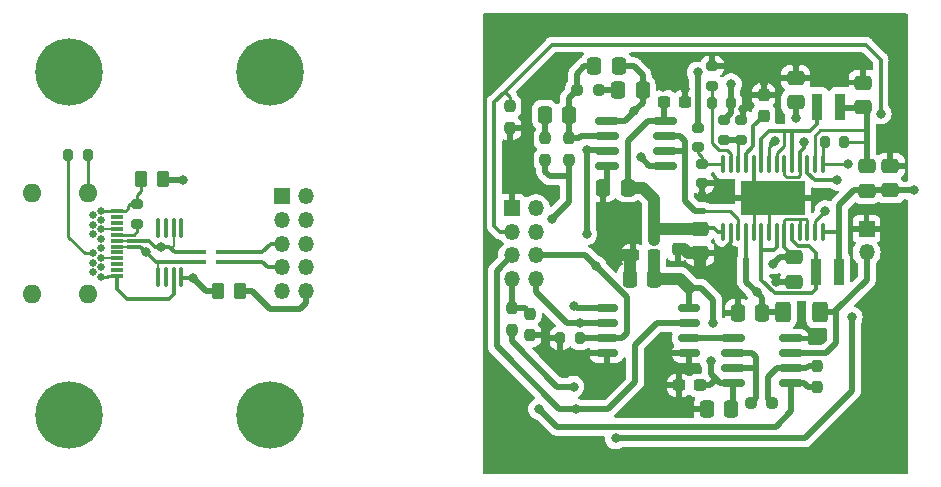
<source format=gbr>
%TF.GenerationSoftware,KiCad,Pcbnew,7.0.6-7.0.6~ubuntu22.04.1*%
%TF.CreationDate,2023-09-01T17:27:27+01:00*%
%TF.ProjectId,tec-controller,7465632d-636f-46e7-9472-6f6c6c65722e,rev?*%
%TF.SameCoordinates,Original*%
%TF.FileFunction,Copper,L1,Top*%
%TF.FilePolarity,Positive*%
%FSLAX46Y46*%
G04 Gerber Fmt 4.6, Leading zero omitted, Abs format (unit mm)*
G04 Created by KiCad (PCBNEW 7.0.6-7.0.6~ubuntu22.04.1) date 2023-09-01 17:27:27*
%MOMM*%
%LPD*%
G01*
G04 APERTURE LIST*
G04 Aperture macros list*
%AMRoundRect*
0 Rectangle with rounded corners*
0 $1 Rounding radius*
0 $2 $3 $4 $5 $6 $7 $8 $9 X,Y pos of 4 corners*
0 Add a 4 corners polygon primitive as box body*
4,1,4,$2,$3,$4,$5,$6,$7,$8,$9,$2,$3,0*
0 Add four circle primitives for the rounded corners*
1,1,$1+$1,$2,$3*
1,1,$1+$1,$4,$5*
1,1,$1+$1,$6,$7*
1,1,$1+$1,$8,$9*
0 Add four rect primitives between the rounded corners*
20,1,$1+$1,$2,$3,$4,$5,0*
20,1,$1+$1,$4,$5,$6,$7,0*
20,1,$1+$1,$6,$7,$8,$9,0*
20,1,$1+$1,$8,$9,$2,$3,0*%
G04 Aperture macros list end*
%TA.AperFunction,SMDPad,CuDef*%
%ADD10RoundRect,0.200000X0.200000X0.275000X-0.200000X0.275000X-0.200000X-0.275000X0.200000X-0.275000X0*%
%TD*%
%TA.AperFunction,ComponentPad*%
%ADD11C,3.600000*%
%TD*%
%TA.AperFunction,ConnectorPad*%
%ADD12C,5.700000*%
%TD*%
%TA.AperFunction,ComponentPad*%
%ADD13R,1.350000X1.350000*%
%TD*%
%TA.AperFunction,ComponentPad*%
%ADD14O,1.350000X1.350000*%
%TD*%
%TA.AperFunction,SMDPad,CuDef*%
%ADD15RoundRect,0.250000X0.337500X0.475000X-0.337500X0.475000X-0.337500X-0.475000X0.337500X-0.475000X0*%
%TD*%
%TA.AperFunction,SMDPad,CuDef*%
%ADD16RoundRect,0.100000X-0.100000X0.712500X-0.100000X-0.712500X0.100000X-0.712500X0.100000X0.712500X0*%
%TD*%
%TA.AperFunction,SMDPad,CuDef*%
%ADD17RoundRect,0.237500X-0.300000X-0.237500X0.300000X-0.237500X0.300000X0.237500X-0.300000X0.237500X0*%
%TD*%
%TA.AperFunction,SMDPad,CuDef*%
%ADD18RoundRect,0.200000X-0.275000X0.200000X-0.275000X-0.200000X0.275000X-0.200000X0.275000X0.200000X0*%
%TD*%
%TA.AperFunction,SMDPad,CuDef*%
%ADD19RoundRect,0.250000X-0.475000X0.337500X-0.475000X-0.337500X0.475000X-0.337500X0.475000X0.337500X0*%
%TD*%
%TA.AperFunction,SMDPad,CuDef*%
%ADD20RoundRect,0.237500X-0.250000X-0.237500X0.250000X-0.237500X0.250000X0.237500X-0.250000X0.237500X0*%
%TD*%
%TA.AperFunction,SMDPad,CuDef*%
%ADD21RoundRect,0.250000X-0.337500X-0.475000X0.337500X-0.475000X0.337500X0.475000X-0.337500X0.475000X0*%
%TD*%
%TA.AperFunction,SMDPad,CuDef*%
%ADD22RoundRect,0.250000X0.475000X-0.337500X0.475000X0.337500X-0.475000X0.337500X-0.475000X-0.337500X0*%
%TD*%
%TA.AperFunction,SMDPad,CuDef*%
%ADD23RoundRect,0.200000X0.275000X-0.200000X0.275000X0.200000X-0.275000X0.200000X-0.275000X-0.200000X0*%
%TD*%
%TA.AperFunction,SMDPad,CuDef*%
%ADD24R,1.100000X0.300000*%
%TD*%
%TA.AperFunction,ComponentPad*%
%ADD25C,0.650000*%
%TD*%
%TA.AperFunction,ComponentPad*%
%ADD26O,1.600000X1.600000*%
%TD*%
%TA.AperFunction,SMDPad,CuDef*%
%ADD27RoundRect,0.237500X0.237500X-0.250000X0.237500X0.250000X-0.237500X0.250000X-0.237500X-0.250000X0*%
%TD*%
%TA.AperFunction,SMDPad,CuDef*%
%ADD28RoundRect,0.250000X-0.400000X-0.625000X0.400000X-0.625000X0.400000X0.625000X-0.400000X0.625000X0*%
%TD*%
%TA.AperFunction,SMDPad,CuDef*%
%ADD29RoundRect,0.200000X-0.200000X-0.275000X0.200000X-0.275000X0.200000X0.275000X-0.200000X0.275000X0*%
%TD*%
%TA.AperFunction,SMDPad,CuDef*%
%ADD30R,0.850000X2.300000*%
%TD*%
%TA.AperFunction,SMDPad,CuDef*%
%ADD31RoundRect,0.237500X-0.237500X0.250000X-0.237500X-0.250000X0.237500X-0.250000X0.237500X0.250000X0*%
%TD*%
%TA.AperFunction,SMDPad,CuDef*%
%ADD32RoundRect,0.150000X-0.825000X-0.150000X0.825000X-0.150000X0.825000X0.150000X-0.825000X0.150000X0*%
%TD*%
%TA.AperFunction,SMDPad,CuDef*%
%ADD33RoundRect,0.237500X-0.237500X0.300000X-0.237500X-0.300000X0.237500X-0.300000X0.237500X0.300000X0*%
%TD*%
%TA.AperFunction,SMDPad,CuDef*%
%ADD34RoundRect,0.250000X-0.262500X-0.450000X0.262500X-0.450000X0.262500X0.450000X-0.262500X0.450000X0*%
%TD*%
%TA.AperFunction,SMDPad,CuDef*%
%ADD35RoundRect,0.150000X0.825000X0.150000X-0.825000X0.150000X-0.825000X-0.150000X0.825000X-0.150000X0*%
%TD*%
%TA.AperFunction,SMDPad,CuDef*%
%ADD36RoundRect,0.100000X0.100000X-0.637500X0.100000X0.637500X-0.100000X0.637500X-0.100000X-0.637500X0*%
%TD*%
%TA.AperFunction,SMDPad,CuDef*%
%ADD37R,5.400000X2.850000*%
%TD*%
%TA.AperFunction,SMDPad,CuDef*%
%ADD38R,0.900000X0.400000*%
%TD*%
%TA.AperFunction,SMDPad,CuDef*%
%ADD39RoundRect,0.250000X0.262500X0.450000X-0.262500X0.450000X-0.262500X-0.450000X0.262500X-0.450000X0*%
%TD*%
%TA.AperFunction,SMDPad,CuDef*%
%ADD40RoundRect,0.237500X0.237500X-0.300000X0.237500X0.300000X-0.237500X0.300000X-0.237500X-0.300000X0*%
%TD*%
%TA.AperFunction,SMDPad,CuDef*%
%ADD41RoundRect,0.237500X0.300000X0.237500X-0.300000X0.237500X-0.300000X-0.237500X0.300000X-0.237500X0*%
%TD*%
%TA.AperFunction,SMDPad,CuDef*%
%ADD42RoundRect,0.150000X-0.800000X-0.150000X0.800000X-0.150000X0.800000X0.150000X-0.800000X0.150000X0*%
%TD*%
%TA.AperFunction,ViaPad*%
%ADD43C,0.800000*%
%TD*%
%TA.AperFunction,Conductor*%
%ADD44C,0.300000*%
%TD*%
%TA.AperFunction,Conductor*%
%ADD45C,0.250000*%
%TD*%
%TA.AperFunction,Conductor*%
%ADD46C,0.500000*%
%TD*%
%TA.AperFunction,Conductor*%
%ADD47C,1.000000*%
%TD*%
%TA.AperFunction,Conductor*%
%ADD48C,0.200000*%
%TD*%
G04 APERTURE END LIST*
D10*
%TO.P,R105,1*%
%TO.N,/pulse_duration_save*%
X158225000Y-107500000D03*
%TO.P,R105,2*%
%TO.N,GND2*%
X156575000Y-107500000D03*
%TD*%
D11*
%TO.P,H102,1,1*%
%TO.N,GND*%
X115000000Y-85000000D03*
D12*
X115000000Y-85000000D03*
%TD*%
D13*
%TO.P,J101,1,Pin_1*%
%TO.N,GND2*%
X152500000Y-96500000D03*
D14*
%TO.P,J101,2,Pin_2*%
%TO.N,+5V*%
X154500000Y-96500000D03*
%TO.P,J101,3,Pin_3*%
%TO.N,/SHDN*%
X152500000Y-98500000D03*
%TO.P,J101,4,Pin_4*%
%TO.N,+3V3*%
X154500000Y-98500000D03*
%TO.P,J101,5,Pin_5*%
%TO.N,/pulse_duration_down*%
X152500000Y-100500000D03*
%TO.P,J101,6,Pin_6*%
%TO.N,/pulse_duration_save*%
X154500000Y-100500000D03*
%TO.P,J101,7,Pin_7*%
%TO.N,/ITEC*%
X152500000Y-102500000D03*
%TO.P,J101,8,Pin_8*%
%TO.N,/pulse_duration_up*%
X154500000Y-102500000D03*
%TD*%
D15*
%TO.P,C105,1*%
%TO.N,/REF*%
X173675000Y-105400000D03*
%TO.P,C105,2*%
%TO.N,GND2*%
X171600000Y-105400000D03*
%TD*%
D16*
%TO.P,U101,1*%
%TO.N,unconnected-(U101-Pad1)*%
X124475000Y-98137500D03*
%TO.P,U101,2*%
%TO.N,/USB_Interface/D2+*%
X123825000Y-98137500D03*
%TO.P,U101,3*%
%TO.N,unconnected-(U101-Pad3)*%
X123175000Y-98137500D03*
%TO.P,U101,4*%
%TO.N,unconnected-(U101-Pad4)*%
X122525000Y-98137500D03*
%TO.P,U101,5*%
%TO.N,/USB_Interface/D2-*%
X122525000Y-102362500D03*
%TO.P,U101,6*%
%TO.N,unconnected-(U101-Pad6)*%
X123175000Y-102362500D03*
%TO.P,U101,7,VSS*%
%TO.N,/USB_Interface/Shield*%
X123825000Y-102362500D03*
%TO.P,U101,8,VUSB*%
%TO.N,Net-(U101-VUSB)*%
X124475000Y-102362500D03*
%TD*%
D17*
%TO.P,C115,1*%
%TO.N,GND2*%
X162737500Y-100500000D03*
%TO.P,C115,2*%
%TO.N,+5V*%
X164462500Y-100500000D03*
%TD*%
D18*
%TO.P,R110,1*%
%TO.N,Net-(U1-MAXV)*%
X168600000Y-92750000D03*
%TO.P,R110,2*%
%TO.N,GND2*%
X168600000Y-94400000D03*
%TD*%
D11*
%TO.P,H104,1,1*%
%TO.N,GND*%
X132000000Y-85000000D03*
D12*
X132000000Y-85000000D03*
%TD*%
D19*
%TO.P,C104,1*%
%TO.N,Net-(U1-CS)*%
X182500000Y-92962500D03*
%TO.P,C104,2*%
%TO.N,Net-(U1-OS2)*%
X182500000Y-95037500D03*
%TD*%
D20*
%TO.P,R111,1*%
%TO.N,/Temp_setpoint*%
X172710000Y-113035000D03*
%TO.P,R111,2*%
%TO.N,Net-(U106A--)*%
X174535000Y-113035000D03*
%TD*%
D21*
%TO.P,C108,1*%
%TO.N,Net-(C108-Pad1)*%
X161462500Y-86500000D03*
%TO.P,C108,2*%
%TO.N,Net-(U103B-+)*%
X163537500Y-86500000D03*
%TD*%
%TO.P,C110,1*%
%TO.N,GND2*%
X168962500Y-113500000D03*
%TO.P,C110,2*%
%TO.N,+5V*%
X171037500Y-113500000D03*
%TD*%
D22*
%TO.P,C107,1*%
%TO.N,GND2*%
X176400000Y-102737500D03*
%TO.P,C107,2*%
%TO.N,+5V*%
X176400000Y-100662500D03*
%TD*%
D23*
%TO.P,R119,1*%
%TO.N,Net-(U1-MAXIP)*%
X169425000Y-86135000D03*
%TO.P,R119,2*%
%TO.N,GND2*%
X169425000Y-84485000D03*
%TD*%
D21*
%TO.P,C109,1*%
%TO.N,Net-(U103A--)*%
X159462500Y-84500000D03*
%TO.P,C109,2*%
%TO.N,Net-(U103B-+)*%
X161537500Y-84500000D03*
%TD*%
D24*
%TO.P,J202,A1,GND*%
%TO.N,/USB_Interface/Shield*%
X119020000Y-96750000D03*
%TO.P,J202,A2,TX1+*%
%TO.N,unconnected-(J202-TX1+-PadA2)*%
X119020000Y-97250000D03*
%TO.P,J202,A3,TX1-*%
%TO.N,unconnected-(J202-TX1--PadA3)*%
X119020000Y-97750000D03*
%TO.P,J202,A4,VBUS*%
%TO.N,Net-(U101-VUSB)*%
X119020000Y-98250000D03*
%TO.P,J202,A5,CC1*%
%TO.N,Net-(J202-CC1)*%
X119020000Y-98750000D03*
%TO.P,J202,A6,D+*%
%TO.N,/USB_Interface/D2+*%
X119020000Y-99250000D03*
%TO.P,J202,A7,D-*%
%TO.N,/USB_Interface/D2-*%
X119020000Y-99750000D03*
%TO.P,J202,A8,SBU1*%
%TO.N,unconnected-(J202-SBU1-PadA8)*%
X119020000Y-100250000D03*
%TO.P,J202,A9,VBUS*%
%TO.N,Net-(U101-VUSB)*%
X119020000Y-100750000D03*
%TO.P,J202,A10,RX2-*%
%TO.N,unconnected-(J202-RX2--PadA10)*%
X119020000Y-101250000D03*
%TO.P,J202,A11,RX2+*%
%TO.N,unconnected-(J202-RX2+-PadA11)*%
X119020000Y-101750000D03*
%TO.P,J202,A12,GND*%
%TO.N,/USB_Interface/Shield*%
X119020000Y-102250000D03*
D25*
%TO.P,J202,B1,GND*%
X117710000Y-102300000D03*
%TO.P,J202,B2,TX2+*%
%TO.N,unconnected-(J202-TX2+-PadB2)*%
X117010000Y-101900000D03*
%TO.P,J202,B3,TX2-*%
%TO.N,unconnected-(J202-TX2--PadB3)*%
X117010000Y-101100000D03*
%TO.P,J202,B4,VBUS*%
%TO.N,Net-(U101-VUSB)*%
X117710000Y-100700000D03*
%TO.P,J202,B5,CC2*%
%TO.N,Net-(J202-CC2)*%
X117010000Y-100300000D03*
%TO.P,J202,B6,D+*%
%TO.N,/USB_Interface/D2+*%
X117710000Y-99900000D03*
%TO.P,J202,B7,D-*%
%TO.N,/USB_Interface/D2-*%
X117710000Y-99100000D03*
%TO.P,J202,B8,SBU2*%
%TO.N,unconnected-(J202-SBU2-PadB8)*%
X117010000Y-98700000D03*
%TO.P,J202,B9,VBUS*%
%TO.N,Net-(U101-VUSB)*%
X117710000Y-98300000D03*
%TO.P,J202,B10,RX1-*%
%TO.N,unconnected-(J202-RX1--PadB10)*%
X117010000Y-97900000D03*
%TO.P,J202,B11,RX1+*%
%TO.N,unconnected-(J202-RX1+-PadB11)*%
X117010000Y-97100000D03*
%TO.P,J202,B12,GND*%
%TO.N,/USB_Interface/Shield*%
X117710000Y-96700000D03*
D26*
%TO.P,J202,S1,SHIELD*%
X116560000Y-95230000D03*
X111830000Y-95230000D03*
D25*
X117710000Y-97500000D03*
X117710000Y-101500000D03*
D26*
X116560000Y-103770000D03*
X111830000Y-103770000D03*
%TD*%
D27*
%TO.P,R113,1*%
%TO.N,Net-(R112-Pad2)*%
X157300000Y-92412500D03*
%TO.P,R113,2*%
%TO.N,Net-(U103A--)*%
X157300000Y-90587500D03*
%TD*%
D28*
%TO.P,R106,1*%
%TO.N,/REF*%
X175450000Y-105300000D03*
%TO.P,R106,2*%
%TO.N,Net-(J201-Pin_2)*%
X178550000Y-105300000D03*
%TD*%
D29*
%TO.P,R118,1*%
%TO.N,Net-(U1-MAXIP)*%
X169400000Y-87600000D03*
%TO.P,R118,2*%
%TO.N,/REF*%
X171050000Y-87600000D03*
%TD*%
D19*
%TO.P,C106,1*%
%TO.N,GND2*%
X176500000Y-85462500D03*
%TO.P,C106,2*%
%TO.N,+5V*%
X176500000Y-87537500D03*
%TD*%
D30*
%TO.P,L104,1,1*%
%TO.N,Net-(L104-Pad1)*%
X178325000Y-87900000D03*
%TO.P,L104,2,2*%
%TO.N,Net-(U1-CS)*%
X180275000Y-87900000D03*
%TD*%
D31*
%TO.P,R104,1*%
%TO.N,/SHDN*%
X152300000Y-87887500D03*
%TO.P,R104,2*%
%TO.N,GND2*%
X152300000Y-89712500D03*
%TD*%
D13*
%TO.P,J102,1,Pin_1*%
%TO.N,unconnected-(J102-Pin_1-Pad1)*%
X133000000Y-95500000D03*
D14*
%TO.P,J102,2,Pin_2*%
%TO.N,GND*%
X135000000Y-95500000D03*
%TO.P,J102,3,Pin_3*%
X133000000Y-97500000D03*
%TO.P,J102,4,Pin_4*%
X135000000Y-97500000D03*
%TO.P,J102,5,Pin_5*%
%TO.N,/USB_Interface/USB_D+*%
X133000000Y-99500000D03*
%TO.P,J102,6,Pin_6*%
%TO.N,GND*%
X135000000Y-99500000D03*
%TO.P,J102,7,Pin_7*%
%TO.N,/USB_Interface/USB_D-*%
X133000000Y-101500000D03*
%TO.P,J102,8,Pin_8*%
%TO.N,GND*%
X135000000Y-101500000D03*
%TO.P,J102,9,Pin_9*%
X133000000Y-103500000D03*
%TO.P,J102,10,Pin_10*%
%TO.N,VBUS*%
X135000000Y-103500000D03*
%TD*%
D29*
%TO.P,R103,1*%
%TO.N,Net-(U1-OS1)*%
X178975000Y-90900000D03*
%TO.P,R103,2*%
%TO.N,Net-(U1-CS)*%
X180625000Y-90900000D03*
%TD*%
D23*
%TO.P,R109,1*%
%TO.N,Net-(U1-MAXIN)*%
X171900000Y-90725000D03*
%TO.P,R109,2*%
%TO.N,GND2*%
X171900000Y-89075000D03*
%TD*%
D32*
%TO.P,U103,1*%
%TO.N,Net-(U103B-+)*%
X160500000Y-89095000D03*
%TO.P,U103,2,-*%
%TO.N,Net-(U103A--)*%
X160500000Y-90365000D03*
%TO.P,U103,3,+*%
%TO.N,/REF*%
X160500000Y-91635000D03*
%TO.P,U103,4,V-*%
%TO.N,GND2*%
X160500000Y-92905000D03*
%TO.P,U103,5,+*%
%TO.N,Net-(U103B-+)*%
X165450000Y-92905000D03*
%TO.P,U103,6,-*%
%TO.N,/CLTI*%
X165450000Y-91635000D03*
%TO.P,U103,7*%
X165450000Y-90365000D03*
%TO.P,U103,8,V+*%
%TO.N,+5V*%
X165450000Y-89095000D03*
%TD*%
D23*
%TO.P,R101,1*%
%TO.N,Net-(J202-CC1)*%
X120750000Y-97825000D03*
%TO.P,R101,2*%
%TO.N,/USB_Interface/Shield*%
X120750000Y-96175000D03*
%TD*%
D33*
%TO.P,C118,1*%
%TO.N,GND2*%
X173800000Y-86937500D03*
%TO.P,C118,2*%
%TO.N,Net-(U1-COMP)*%
X173800000Y-88662500D03*
%TD*%
D21*
%TO.P,C114,1*%
%TO.N,GND2*%
X162462500Y-102500000D03*
%TO.P,C114,2*%
%TO.N,+5V*%
X164537500Y-102500000D03*
%TD*%
D22*
%TO.P,C116,1*%
%TO.N,GND2*%
X168400000Y-100300000D03*
%TO.P,C116,2*%
%TO.N,+5V*%
X168400000Y-98225000D03*
%TD*%
D34*
%TO.P,L102,1*%
%TO.N,/USB_Interface/Shield*%
X121087500Y-94000000D03*
%TO.P,L102,2*%
%TO.N,GND*%
X122912500Y-94000000D03*
%TD*%
D20*
%TO.P,R115,1*%
%TO.N,Net-(U103A--)*%
X158000000Y-86500000D03*
%TO.P,R115,2*%
%TO.N,Net-(C108-Pad1)*%
X159825000Y-86500000D03*
%TD*%
D35*
%TO.P,U106,1*%
%TO.N,Net-(R112-Pad2)*%
X176110000Y-111340000D03*
%TO.P,U106,2,-*%
%TO.N,Net-(U106A--)*%
X176110000Y-110070000D03*
%TO.P,U106,3,+*%
%TO.N,Net-(J201-Pin_2)*%
X176110000Y-108800000D03*
%TO.P,U106,4,V-*%
%TO.N,GND2*%
X176110000Y-107530000D03*
%TO.P,U106,5,+*%
%TO.N,/R_{W}*%
X171160000Y-107530000D03*
%TO.P,U106,6,-*%
%TO.N,/Temp_setpoint*%
X171160000Y-108800000D03*
%TO.P,U106,7*%
X171160000Y-110070000D03*
%TO.P,U106,8,V+*%
%TO.N,+5V*%
X171160000Y-111340000D03*
%TD*%
D23*
%TO.P,R108,1*%
%TO.N,Net-(U1-MAXV)*%
X168200000Y-91325000D03*
%TO.P,R108,2*%
%TO.N,/REF*%
X168200000Y-89675000D03*
%TD*%
D22*
%TO.P,C101,1*%
%TO.N,Net-(U1-OS2)*%
X184500000Y-95000000D03*
%TO.P,C101,2*%
%TO.N,GND2*%
X184500000Y-92925000D03*
%TD*%
D36*
%TO.P,U1,1,VDD*%
%TO.N,+5V*%
X170350000Y-98500000D03*
%TO.P,U1,2,GND*%
%TO.N,GND2*%
X171000000Y-98500000D03*
%TO.P,U1,3,CTLI*%
%TO.N,/CLTI*%
X171650000Y-98500000D03*
%TO.P,U1,4,REF*%
%TO.N,/REF*%
X172300000Y-98500000D03*
%TO.P,U1,5,PGND*%
%TO.N,GND2*%
X172950000Y-98500000D03*
%TO.P,U1,6,LX2*%
%TO.N,Net-(L103-Pad1)*%
X173600000Y-98500000D03*
%TO.P,U1,7,PGND*%
%TO.N,GND2*%
X174250000Y-98500000D03*
%TO.P,U1,8,LX2*%
%TO.N,Net-(L103-Pad1)*%
X174900000Y-98500000D03*
%TO.P,U1,9,PVDD2*%
%TO.N,+5V*%
X175550000Y-98500000D03*
%TO.P,U1,10,LX2*%
%TO.N,Net-(L103-Pad1)*%
X176200000Y-98500000D03*
%TO.P,U1,11,PVDD2*%
%TO.N,+5V*%
X176850000Y-98500000D03*
%TO.P,U1,12,FREQ*%
X177500000Y-98500000D03*
%TO.P,U1,13,ITEC*%
%TO.N,Net-(U1-ITEC)*%
X178150000Y-98500000D03*
%TO.P,U1,14,OS2*%
%TO.N,Net-(U1-OS2)*%
X178800000Y-98500000D03*
%TO.P,U1,15,OS1*%
%TO.N,Net-(U1-OS1)*%
X178800000Y-92775000D03*
%TO.P,U1,16,CS*%
%TO.N,Net-(U1-CS)*%
X178150000Y-92775000D03*
%TO.P,U1,17,~{SHDN}*%
%TO.N,/SHDN*%
X177500000Y-92775000D03*
%TO.P,U1,18,PVDD1*%
%TO.N,+5V*%
X176850000Y-92775000D03*
%TO.P,U1,19,LX1*%
%TO.N,Net-(L104-Pad1)*%
X176200000Y-92775000D03*
%TO.P,U1,20,PVDD1*%
%TO.N,+5V*%
X175550000Y-92775000D03*
%TO.P,U1,21,LX1*%
%TO.N,Net-(L104-Pad1)*%
X174900000Y-92775000D03*
%TO.P,U1,22,PGND*%
%TO.N,GND2*%
X174250000Y-92775000D03*
%TO.P,U1,23,LX1*%
%TO.N,Net-(L104-Pad1)*%
X173600000Y-92775000D03*
%TO.P,U1,24,PGND*%
%TO.N,GND2*%
X172950000Y-92775000D03*
%TO.P,U1,25,COMP*%
%TO.N,Net-(U1-COMP)*%
X172300000Y-92775000D03*
%TO.P,U1,26,MAXIN*%
%TO.N,Net-(U1-MAXIN)*%
X171650000Y-92775000D03*
%TO.P,U1,27,MAXIP*%
%TO.N,Net-(U1-MAXIP)*%
X171000000Y-92775000D03*
%TO.P,U1,28,MAXV*%
%TO.N,Net-(U1-MAXV)*%
X170350000Y-92775000D03*
D37*
%TO.P,U1,29,GND*%
%TO.N,GND2*%
X174575000Y-95637500D03*
%TD*%
D21*
%TO.P,C111,1*%
%TO.N,GND2*%
X160212500Y-94750000D03*
%TO.P,C111,2*%
%TO.N,+5V*%
X162287500Y-94750000D03*
%TD*%
D38*
%TO.P,FL101,1,1*%
%TO.N,/USB_Interface/USB_D-*%
X127850000Y-101050000D03*
%TO.P,FL101,2,2*%
%TO.N,/USB_Interface/USB_D+*%
X127850000Y-100250000D03*
%TO.P,FL101,3,3*%
%TO.N,/USB_Interface/D2+*%
X126150000Y-100250000D03*
%TO.P,FL101,4,4*%
%TO.N,/USB_Interface/D2-*%
X126150000Y-101050000D03*
%TD*%
D31*
%TO.P,R117,1*%
%TO.N,/ITEC*%
X154000000Y-105425000D03*
%TO.P,R117,2*%
%TO.N,GND2*%
X154000000Y-107250000D03*
%TD*%
D23*
%TO.P,R107,1*%
%TO.N,Net-(U1-MAXIN)*%
X170400000Y-90725000D03*
%TO.P,R107,2*%
%TO.N,/REF*%
X170400000Y-89075000D03*
%TD*%
D27*
%TO.P,R114,1*%
%TO.N,Net-(R112-Pad2)*%
X155300000Y-92412500D03*
%TO.P,R114,2*%
%TO.N,Net-(C103-Pad1)*%
X155300000Y-90587500D03*
%TD*%
D30*
%TO.P,L103,1,1*%
%TO.N,Net-(L103-Pad1)*%
X178225000Y-101900000D03*
%TO.P,L103,2,2*%
%TO.N,Net-(U1-OS2)*%
X180175000Y-101900000D03*
%TD*%
D13*
%TO.P,J201,1,Pin_1*%
%TO.N,GND2*%
X182500000Y-98250000D03*
D14*
%TO.P,J201,2,Pin_2*%
%TO.N,Net-(J201-Pin_2)*%
X182500000Y-100250000D03*
%TD*%
D39*
%TO.P,L101,1*%
%TO.N,VBUS*%
X129412500Y-103500000D03*
%TO.P,L101,2*%
%TO.N,Net-(U101-VUSB)*%
X127587500Y-103500000D03*
%TD*%
D31*
%TO.P,R116,1*%
%TO.N,/ITEC*%
X152480000Y-104987500D03*
%TO.P,R116,2*%
%TO.N,Net-(U1-ITEC)*%
X152480000Y-106812500D03*
%TD*%
D11*
%TO.P,H101,1,1*%
%TO.N,GND*%
X115000000Y-114000000D03*
D12*
X115000000Y-114000000D03*
%TD*%
D17*
%TO.P,C112,1*%
%TO.N,GND2*%
X166637500Y-111500000D03*
%TO.P,C112,2*%
%TO.N,+5V*%
X168362500Y-111500000D03*
%TD*%
D11*
%TO.P,H103,1,1*%
%TO.N,GND*%
X132000000Y-114000000D03*
D12*
X132000000Y-114000000D03*
%TD*%
D40*
%TO.P,C117,1*%
%TO.N,GND2*%
X166500000Y-99962500D03*
%TO.P,C117,2*%
%TO.N,+5V*%
X166500000Y-98237500D03*
%TD*%
D21*
%TO.P,C103,1*%
%TO.N,Net-(C103-Pad1)*%
X155262500Y-88600000D03*
%TO.P,C103,2*%
%TO.N,Net-(U103A--)*%
X157337500Y-88600000D03*
%TD*%
D22*
%TO.P,C102,1*%
%TO.N,Net-(U1-CS)*%
X182200000Y-87937500D03*
%TO.P,C102,2*%
%TO.N,GND2*%
X182200000Y-85862500D03*
%TD*%
D29*
%TO.P,R102,1*%
%TO.N,Net-(J202-CC2)*%
X114925000Y-92000000D03*
%TO.P,R102,2*%
%TO.N,/USB_Interface/Shield*%
X116575000Y-92000000D03*
%TD*%
D41*
%TO.P,C113,1*%
%TO.N,GND2*%
X167112500Y-87500000D03*
%TO.P,C113,2*%
%TO.N,+5V*%
X165387500Y-87500000D03*
%TD*%
D42*
%TO.P,U102,1,R_{H}*%
%TO.N,/REF*%
X160500000Y-104960000D03*
%TO.P,U102,2,UC*%
%TO.N,/pulse_duration_up*%
X160500000Y-106230000D03*
%TO.P,U102,3,STR*%
%TO.N,/pulse_duration_save*%
X160500000Y-107500000D03*
%TO.P,U102,4,R_{L}*%
%TO.N,GND2*%
X160500000Y-108770000D03*
%TO.P,U102,5,VSS*%
X167500000Y-108770000D03*
%TO.P,U102,6,R_{W}*%
%TO.N,/R_{W}*%
X167500000Y-107500000D03*
%TO.P,U102,7,DC*%
%TO.N,/pulse_duration_down*%
X167500000Y-106230000D03*
%TO.P,U102,8,VDD*%
%TO.N,+5V*%
X167500000Y-104960000D03*
%TD*%
D31*
%TO.P,R112,1*%
%TO.N,Net-(U106A--)*%
X178335000Y-109822500D03*
%TO.P,R112,2*%
%TO.N,Net-(R112-Pad2)*%
X178335000Y-111647500D03*
%TD*%
D43*
%TO.N,Net-(U1-OS2)*%
X186500000Y-95000000D03*
%TO.N,GND2*%
X157000000Y-84000000D03*
X170000000Y-117750000D03*
X151750000Y-117750000D03*
X172250000Y-81000000D03*
X152600000Y-91600000D03*
X163250000Y-113250000D03*
X153500000Y-94000000D03*
X173800000Y-85800000D03*
X183000000Y-112500000D03*
X178500000Y-81000000D03*
X185500000Y-104250000D03*
X184750000Y-113750000D03*
X151750000Y-115500000D03*
X179000000Y-95250000D03*
X155500000Y-86250000D03*
X183500000Y-117750000D03*
X167250000Y-81000000D03*
X170500000Y-95250000D03*
X176000000Y-95600000D03*
X167100000Y-86400000D03*
X183000000Y-107500000D03*
X167500000Y-110000000D03*
X179500000Y-85500000D03*
X173000000Y-95600000D03*
X171750000Y-84000000D03*
X184250000Y-110250000D03*
X164250000Y-108500000D03*
X151500000Y-111250000D03*
X154250000Y-116250000D03*
X172005517Y-88136525D03*
X150700000Y-99900000D03*
X182000000Y-84000000D03*
X174837500Y-102737500D03*
X171600000Y-103900000D03*
X160500000Y-110300000D03*
X178250000Y-107250000D03*
X184500000Y-91000000D03*
X153500000Y-81000000D03*
X150750000Y-81000000D03*
X163750000Y-83750000D03*
X159000000Y-117750000D03*
X185000000Y-116000000D03*
X185250000Y-81000000D03*
X164250000Y-117750000D03*
X168600000Y-95400000D03*
X152500000Y-83000000D03*
X183000000Y-104750000D03*
X185250000Y-87000000D03*
X168400000Y-101600000D03*
X185250000Y-83000000D03*
X171000000Y-101500000D03*
X160750000Y-96750000D03*
X176500000Y-117750000D03*
X161100000Y-100500000D03*
X170100000Y-100300000D03*
X173500000Y-84000000D03*
X176500000Y-84250000D03*
X160000000Y-81000000D03*
X155400000Y-107500000D03*
X180000000Y-116000000D03*
X174750000Y-90850000D03*
X150750000Y-85000000D03*
X165250000Y-86250000D03*
%TO.N,/USB_Interface/D2+*%
X122750000Y-99750000D03*
%TO.N,/USB_Interface/D2-*%
X121500000Y-100250000D03*
%TO.N,GND*%
X124625000Y-94125000D03*
%TO.N,Net-(U101-VUSB)*%
X125500000Y-102400000D03*
%TO.N,/REF*%
X173200000Y-103600000D03*
X158800000Y-98700000D03*
X158800000Y-91600000D03*
X157750000Y-104750000D03*
X168200000Y-85000000D03*
X171025000Y-86000000D03*
%TO.N,Net-(U103B-+)*%
X163400000Y-92200000D03*
X162800000Y-88300000D03*
%TO.N,Net-(U1-OS1)*%
X180900000Y-92800000D03*
%TO.N,Net-(R112-Pad2)*%
X155900000Y-97400000D03*
X154750000Y-113500000D03*
%TO.N,/SHDN*%
X183700000Y-88500000D03*
X180000000Y-94100000D03*
%TO.N,/pulse_duration_save*%
X159580025Y-101419975D03*
%TO.N,/pulse_duration_up*%
X158230000Y-106230000D03*
%TO.N,/pulse_duration_down*%
X157900000Y-113500000D03*
%TO.N,+5V*%
X169500000Y-106200000D03*
X164500000Y-99200000D03*
X176500000Y-88900000D03*
X169300000Y-109400000D03*
X174600000Y-101200000D03*
X177200000Y-90900000D03*
X167500000Y-103260000D03*
X163550000Y-94750000D03*
%TO.N,Net-(U1-ITEC)*%
X161250000Y-116000000D03*
X181250000Y-105750000D03*
X157700000Y-111600000D03*
X179000000Y-96750000D03*
%TD*%
D44*
%TO.N,/USB_Interface/USB_D-*%
X127850000Y-101050000D02*
X131350000Y-101050000D01*
X131350000Y-101050000D02*
X131800000Y-101500000D01*
X131800000Y-101500000D02*
X133000000Y-101500000D01*
%TO.N,/USB_Interface/USB_D+*%
X132100000Y-99500000D02*
X133000000Y-99500000D01*
X131350000Y-100250000D02*
X132100000Y-99500000D01*
X127850000Y-100250000D02*
X131350000Y-100250000D01*
D45*
%TO.N,Net-(U1-OS2)*%
X180200000Y-101875000D02*
X180175000Y-101900000D01*
D46*
X180200000Y-96200000D02*
X180200000Y-98500000D01*
X184500000Y-95000000D02*
X186500000Y-95000000D01*
X184500000Y-95000000D02*
X181400000Y-95000000D01*
X181400000Y-95000000D02*
X180200000Y-96200000D01*
D44*
X178800000Y-98500000D02*
X180200000Y-98500000D01*
D46*
X180200000Y-98500000D02*
X180200000Y-101875000D01*
D47*
%TO.N,GND2*%
X162462500Y-100775000D02*
X162737500Y-100500000D01*
X162737500Y-100500000D02*
X161100000Y-100500000D01*
D44*
X173800000Y-86937500D02*
X173800000Y-85800000D01*
X168600000Y-94400000D02*
X168600000Y-95400000D01*
X171000000Y-99400000D02*
X170100000Y-100300000D01*
D47*
X162462500Y-102500000D02*
X162462500Y-100775000D01*
D46*
X176500000Y-84250000D02*
X176500000Y-85462500D01*
X160500000Y-94462500D02*
X160212500Y-94750000D01*
D45*
X174250000Y-98500000D02*
X174250000Y-95962500D01*
D46*
X182200000Y-85862500D02*
X182200000Y-84200000D01*
D45*
X174250000Y-91350000D02*
X174250000Y-92775000D01*
D46*
X171265000Y-84485000D02*
X171750000Y-84000000D01*
X171600000Y-103900000D02*
X171600000Y-104000000D01*
X167500000Y-108770000D02*
X167500000Y-110000000D01*
X167112500Y-87500000D02*
X167112500Y-86412500D01*
X182200000Y-84200000D02*
X182200000Y-84600000D01*
X160212500Y-94750000D02*
X160212500Y-96212500D01*
X167112500Y-86412500D02*
X167100000Y-86400000D01*
D44*
X172950000Y-95550000D02*
X173000000Y-95600000D01*
X170100000Y-100300000D02*
X168400000Y-100300000D01*
D47*
X167062500Y-99962500D02*
X167400000Y-100300000D01*
D46*
X160500000Y-92905000D02*
X160500000Y-94462500D01*
D44*
X172950000Y-92775000D02*
X172950000Y-95550000D01*
D46*
X169425000Y-84485000D02*
X171265000Y-84485000D01*
D44*
X171000000Y-98500000D02*
X171000000Y-99400000D01*
D46*
X182200000Y-84200000D02*
X182000000Y-84000000D01*
X171600000Y-105400000D02*
X171600000Y-103900000D01*
X172005517Y-88969483D02*
X171900000Y-89075000D01*
D45*
X172950000Y-98500000D02*
X172950000Y-96012500D01*
D46*
X156575000Y-107500000D02*
X155400000Y-107500000D01*
D47*
X167400000Y-100300000D02*
X168400000Y-100300000D01*
D45*
X174750000Y-90850000D02*
X174250000Y-91350000D01*
D46*
X160212500Y-96212500D02*
X160750000Y-96750000D01*
X174837500Y-102737500D02*
X176400000Y-102737500D01*
D47*
X166500000Y-99962500D02*
X167062500Y-99962500D01*
D46*
X184500000Y-92925000D02*
X184500000Y-91000000D01*
X160500000Y-108770000D02*
X160500000Y-110300000D01*
D45*
X173000000Y-95600000D02*
X172900000Y-95962500D01*
D47*
X168400000Y-100300000D02*
X168400000Y-101600000D01*
D46*
X155400000Y-107500000D02*
X155150000Y-107250000D01*
X155150000Y-107250000D02*
X154000000Y-107250000D01*
X172005517Y-88136525D02*
X172005517Y-88969483D01*
D45*
X172950000Y-96012500D02*
X173000000Y-95600000D01*
D48*
%TO.N,/USB_Interface/D2+*%
X123825000Y-99675000D02*
X123600000Y-99900000D01*
X119020000Y-99250000D02*
X120000000Y-99250000D01*
X123825000Y-98137500D02*
X123825000Y-99675000D01*
D44*
X122250000Y-99750000D02*
X121750000Y-99250000D01*
X123450000Y-99750000D02*
X123950000Y-100250000D01*
X121750000Y-99250000D02*
X120000000Y-99250000D01*
X122750000Y-99750000D02*
X123450000Y-99750000D01*
X122750000Y-99750000D02*
X122250000Y-99750000D01*
X126150000Y-100250000D02*
X123950000Y-100250000D01*
%TO.N,/USB_Interface/D2-*%
X121000000Y-99750000D02*
X120000000Y-99750000D01*
D48*
X122525000Y-101000000D02*
X122525000Y-102362500D01*
D44*
X121500000Y-100250000D02*
X121000000Y-99750000D01*
D48*
X119020000Y-99750000D02*
X120000000Y-99750000D01*
D44*
X126150000Y-101050000D02*
X122300000Y-101050000D01*
X122300000Y-101050000D02*
X121500000Y-100250000D01*
D46*
%TO.N,GND*%
X124625000Y-94125000D02*
X123037500Y-94125000D01*
D48*
X123037500Y-94125000D02*
X122912500Y-94000000D01*
D46*
%TO.N,VBUS*%
X134500000Y-105000000D02*
X135000000Y-104500000D01*
X135000000Y-104500000D02*
X135000000Y-103500000D01*
X129412500Y-103500000D02*
X130500000Y-103500000D01*
X130500000Y-103500000D02*
X132000000Y-105000000D01*
X132000000Y-105000000D02*
X134500000Y-105000000D01*
%TO.N,Net-(J201-Pin_2)*%
X179950000Y-105150000D02*
X182500000Y-102600000D01*
X179800000Y-105300000D02*
X179950000Y-105150000D01*
X179100000Y-108800000D02*
X179950000Y-107950000D01*
X176110000Y-108800000D02*
X179100000Y-108800000D01*
X178550000Y-105300000D02*
X179800000Y-105300000D01*
X182500000Y-102600000D02*
X182500000Y-100250000D01*
X179950000Y-107950000D02*
X179950000Y-105150000D01*
D48*
%TO.N,Net-(U101-VUSB)*%
X119020000Y-98250000D02*
X118250000Y-98250000D01*
X117710000Y-100700000D02*
X118200000Y-100700000D01*
X118200000Y-98300000D02*
X117710000Y-98300000D01*
X118250000Y-100750000D02*
X118200000Y-100700000D01*
X119020000Y-100750000D02*
X118250000Y-100750000D01*
X118250000Y-98250000D02*
X118200000Y-98300000D01*
D46*
X125500000Y-102400000D02*
X126600000Y-103500000D01*
D44*
X125500000Y-102400000D02*
X124512500Y-102400000D01*
D46*
X126600000Y-103500000D02*
X127587500Y-103500000D01*
D45*
%TO.N,Net-(J202-CC2)*%
X116300000Y-100300000D02*
X117010000Y-100300000D01*
X114925000Y-98925000D02*
X116300000Y-100300000D01*
X114925000Y-92000000D02*
X114925000Y-98925000D01*
D46*
%TO.N,Net-(C103-Pad1)*%
X155300000Y-90687500D02*
X155300000Y-88637500D01*
%TO.N,Net-(U103A--)*%
X158000000Y-85100000D02*
X158000000Y-86500000D01*
X158335000Y-90365000D02*
X158112500Y-90587500D01*
X160500000Y-90365000D02*
X158335000Y-90365000D01*
X157300000Y-90587500D02*
X157300000Y-87150000D01*
X157950000Y-86500000D02*
X158000000Y-86500000D01*
X157300000Y-87150000D02*
X157950000Y-86500000D01*
X159462500Y-84500000D02*
X158600000Y-84500000D01*
X158112500Y-90587500D02*
X157300000Y-90587500D01*
X158600000Y-84500000D02*
X158000000Y-85100000D01*
%TO.N,/REF*%
X175450000Y-105300000D02*
X173775000Y-105300000D01*
D44*
X172300000Y-98500000D02*
X172300000Y-100800000D01*
D46*
X173186828Y-103600000D02*
X173200000Y-103600000D01*
X173675000Y-104088172D02*
X173675000Y-105400000D01*
X172300000Y-102713172D02*
X173186828Y-103600000D01*
X158800000Y-98700000D02*
X158800000Y-91600000D01*
X173775000Y-105300000D02*
X173675000Y-105400000D01*
X173200000Y-103613172D02*
X173675000Y-104088172D01*
X168200000Y-89675000D02*
X168200000Y-85000000D01*
X171050000Y-88425000D02*
X170400000Y-89075000D01*
X157960000Y-104960000D02*
X160500000Y-104960000D01*
X160500000Y-91635000D02*
X158800000Y-91600000D01*
X157750000Y-104750000D02*
X157960000Y-104960000D01*
X171050000Y-87600000D02*
X171050000Y-88425000D01*
X172300000Y-100800000D02*
X172300000Y-102713172D01*
X171025000Y-86000000D02*
X171025000Y-87575000D01*
X173200000Y-103600000D02*
X173200000Y-103613172D01*
%TO.N,Net-(C108-Pad1)*%
X159825000Y-86500000D02*
X161462500Y-86500000D01*
%TO.N,Net-(U103B-+)*%
X162800000Y-88350000D02*
X162800000Y-88300000D01*
X163537500Y-85237500D02*
X163537500Y-86500000D01*
X162850000Y-88300000D02*
X163537500Y-87612500D01*
X162800000Y-84500000D02*
X163537500Y-85237500D01*
X161537500Y-84500000D02*
X162800000Y-84500000D01*
X162055000Y-89095000D02*
X162800000Y-88350000D01*
X160500000Y-89095000D02*
X162055000Y-89095000D01*
X163537500Y-87612500D02*
X163537500Y-86500000D01*
X162800000Y-88300000D02*
X162850000Y-88300000D01*
X165450000Y-92905000D02*
X164105000Y-92905000D01*
X164105000Y-92905000D02*
X163400000Y-92200000D01*
D45*
%TO.N,Net-(U1-MAXIN)*%
X171650000Y-92775000D02*
X171650000Y-90975000D01*
D46*
X170425000Y-90750000D02*
X171875000Y-90750000D01*
D45*
X171650000Y-90975000D02*
X171900000Y-90725000D01*
D46*
X170400000Y-90725000D02*
X170425000Y-90750000D01*
X171875000Y-90750000D02*
X171900000Y-90725000D01*
D45*
%TO.N,Net-(U1-MAXV)*%
X168600000Y-92200000D02*
X168600000Y-92750000D01*
X168625000Y-92775000D02*
X168600000Y-92750000D01*
X168200000Y-91800000D02*
X168600000Y-92200000D01*
X168200000Y-91325000D02*
X168200000Y-91800000D01*
X170350000Y-92775000D02*
X168625000Y-92775000D01*
D46*
%TO.N,/Temp_setpoint*%
X173100000Y-110070000D02*
X171160000Y-110070000D01*
X172800000Y-108800000D02*
X173135000Y-109135000D01*
X171160000Y-108800000D02*
X172800000Y-108800000D01*
X172710000Y-113035000D02*
X173135000Y-112610000D01*
X173135000Y-112610000D02*
X173135000Y-109135000D01*
%TO.N,Net-(U106A--)*%
X174135000Y-110835000D02*
X174135000Y-112635000D01*
X176110000Y-110070000D02*
X174900000Y-110070000D01*
X177400000Y-110070000D02*
X176110000Y-110070000D01*
X174900000Y-110070000D02*
X174135000Y-110835000D01*
X178335000Y-109822500D02*
X177647500Y-109822500D01*
X174135000Y-112635000D02*
X174535000Y-113035000D01*
X177647500Y-109822500D02*
X177400000Y-110070000D01*
%TO.N,Net-(U1-CS)*%
X182137500Y-88000000D02*
X182200000Y-87937500D01*
X180375000Y-88000000D02*
X182137500Y-88000000D01*
X182200000Y-87937500D02*
X182500000Y-88237500D01*
D45*
X182500000Y-90900000D02*
X180625000Y-90900000D01*
D46*
X182500000Y-88237500D02*
X182500000Y-92962500D01*
D45*
X178600000Y-89900000D02*
X182500000Y-89900000D01*
X178150000Y-90350000D02*
X178600000Y-89900000D01*
X178150000Y-92775000D02*
X178150000Y-90350000D01*
%TO.N,Net-(U1-OS1)*%
X180900000Y-92800000D02*
X178825000Y-92800000D01*
X178800000Y-92775000D02*
X178800000Y-91075000D01*
X178800000Y-91075000D02*
X178975000Y-90900000D01*
X178825000Y-92800000D02*
X178800000Y-92775000D01*
D46*
%TO.N,Net-(R112-Pad2)*%
X156250000Y-115000000D02*
X174810000Y-115000000D01*
X178322500Y-111635000D02*
X178335000Y-111647500D01*
X155900000Y-97400000D02*
X157300000Y-96000000D01*
X174810000Y-115000000D02*
X176110000Y-113700000D01*
X155300000Y-92412500D02*
X155300000Y-93400000D01*
X157300000Y-96000000D02*
X157300000Y-93800000D01*
X177535000Y-111635000D02*
X178322500Y-111635000D01*
X177240000Y-111340000D02*
X177535000Y-111635000D01*
X176110000Y-111340000D02*
X177240000Y-111340000D01*
X176110000Y-113700000D02*
X176110000Y-111340000D01*
X157300000Y-93800000D02*
X157300000Y-92412500D01*
X155700000Y-93800000D02*
X157300000Y-93800000D01*
X155300000Y-93400000D02*
X155700000Y-93800000D01*
X154750000Y-113500000D02*
X156250000Y-115000000D01*
D45*
%TO.N,/CLTI*%
X168750000Y-96750000D02*
X170950000Y-96750000D01*
D46*
X167065000Y-91635000D02*
X167100000Y-91600000D01*
X167100000Y-90800000D02*
X167100000Y-91600000D01*
D45*
X171650000Y-97450000D02*
X171650000Y-98500000D01*
D46*
X168000000Y-96750000D02*
X167100000Y-95850000D01*
X168750000Y-96750000D02*
X168000000Y-96750000D01*
X165450000Y-90365000D02*
X166665000Y-90365000D01*
X166665000Y-90365000D02*
X167100000Y-90800000D01*
D45*
X170950000Y-96750000D02*
X171650000Y-97450000D01*
D46*
X165450000Y-91635000D02*
X167065000Y-91635000D01*
X167100000Y-95850000D02*
X167100000Y-91600000D01*
D44*
%TO.N,Net-(U1-COMP)*%
X172300000Y-91900000D02*
X172925000Y-91275000D01*
X172925000Y-91275000D02*
X172925000Y-89537500D01*
X172925000Y-89537500D02*
X173800000Y-88662500D01*
X172300000Y-92775000D02*
X172300000Y-91900000D01*
D46*
%TO.N,/ITEC*%
X154000000Y-105425000D02*
X153562500Y-104987500D01*
X152500000Y-104967500D02*
X152480000Y-104987500D01*
X153562500Y-104987500D02*
X152480000Y-104987500D01*
X152500000Y-102500000D02*
X152500000Y-104967500D01*
D44*
%TO.N,/SHDN*%
X151875000Y-86625000D02*
X151000000Y-87500000D01*
X151000000Y-87500000D02*
X151000000Y-98000000D01*
X155840000Y-82660000D02*
X182440330Y-82660000D01*
X178101104Y-94100000D02*
X177500000Y-93498896D01*
D45*
X152300000Y-87050000D02*
X152300000Y-87887500D01*
D44*
X182440330Y-82660000D02*
X183700000Y-83919670D01*
X151875000Y-86625000D02*
X155840000Y-82660000D01*
D45*
X151875000Y-86625000D02*
X152300000Y-87050000D01*
D44*
X183700000Y-83919670D02*
X183700000Y-88500000D01*
X177500000Y-93498896D02*
X177500000Y-92775000D01*
X151500000Y-98500000D02*
X152500000Y-98500000D01*
X180000000Y-94100000D02*
X178101104Y-94100000D01*
X151000000Y-98000000D02*
X151500000Y-98500000D01*
D45*
%TO.N,/USB_Interface/Shield*%
X117710000Y-96700000D02*
X118200000Y-96700000D01*
D44*
X119900000Y-104200000D02*
X119020000Y-103320000D01*
D45*
X120750000Y-96175000D02*
X120750000Y-95350000D01*
X121087500Y-95012500D02*
X121087500Y-94000000D01*
X119750000Y-96750000D02*
X119950000Y-96550000D01*
D44*
X123400000Y-104200000D02*
X119900000Y-104200000D01*
D45*
X120750000Y-95350000D02*
X121087500Y-95012500D01*
X116560000Y-92015000D02*
X116560000Y-95230000D01*
X120125000Y-96175000D02*
X120750000Y-96175000D01*
X116575000Y-92000000D02*
X116560000Y-92015000D01*
X117710000Y-102300000D02*
X118200000Y-102300000D01*
X119950000Y-96350000D02*
X120125000Y-96175000D01*
D44*
X123825000Y-102362500D02*
X123825000Y-103775000D01*
D45*
X119020000Y-102250000D02*
X118250000Y-102250000D01*
X119020000Y-96750000D02*
X118250000Y-96750000D01*
D44*
X123825000Y-103775000D02*
X123400000Y-104200000D01*
D45*
X118250000Y-102250000D02*
X118200000Y-102300000D01*
D44*
X119020000Y-103320000D02*
X119020000Y-102250000D01*
D45*
X119020000Y-96750000D02*
X119750000Y-96750000D01*
X119950000Y-96550000D02*
X119950000Y-96350000D01*
X118250000Y-96750000D02*
X118200000Y-96700000D01*
%TO.N,Net-(J202-CC1)*%
X120450000Y-98750000D02*
X120750000Y-98450000D01*
X119020000Y-98750000D02*
X120450000Y-98750000D01*
X120750000Y-98450000D02*
X120750000Y-97825000D01*
D46*
%TO.N,/pulse_duration_save*%
X158660050Y-100500000D02*
X154500000Y-100500000D01*
X160500000Y-107500000D02*
X158225000Y-107500000D01*
X162200000Y-107100000D02*
X161800000Y-107500000D01*
X159580025Y-101419975D02*
X158660050Y-100500000D01*
X161800000Y-107500000D02*
X160500000Y-107500000D01*
X159580025Y-101419975D02*
X162200000Y-104039950D01*
X162200000Y-104039950D02*
X162200000Y-107100000D01*
%TO.N,/pulse_duration_up*%
X160500000Y-106230000D02*
X158230000Y-106230000D01*
X154500000Y-103600000D02*
X154500000Y-102500000D01*
X157130000Y-106230000D02*
X154500000Y-103600000D01*
X158230000Y-106230000D02*
X157130000Y-106230000D01*
%TO.N,/pulse_duration_down*%
X156500000Y-113500000D02*
X157900000Y-113500000D01*
X152500000Y-100500000D02*
X151200000Y-101800000D01*
X162900000Y-108100000D02*
X162900000Y-111200000D01*
X164770000Y-106230000D02*
X162900000Y-108100000D01*
X167500000Y-106230000D02*
X164770000Y-106230000D01*
X151200000Y-101800000D02*
X151200000Y-108200000D01*
X160600000Y-113500000D02*
X157900000Y-113500000D01*
X162900000Y-111200000D02*
X160600000Y-113500000D01*
X151200000Y-108200000D02*
X156500000Y-113500000D01*
D44*
%TO.N,+5V*%
X168425000Y-98200000D02*
X168400000Y-98225000D01*
D46*
X169750000Y-111000000D02*
X170090000Y-111340000D01*
D44*
X177200000Y-90900000D02*
X177200000Y-91400000D01*
D47*
X164500000Y-95700000D02*
X163550000Y-94750000D01*
D45*
X176850000Y-98500000D02*
X176850000Y-97387500D01*
D46*
X165450000Y-89095000D02*
X164005000Y-89095000D01*
X167500000Y-103260000D02*
X168510000Y-103260000D01*
X177300000Y-90800000D02*
X177200000Y-90800000D01*
X164005000Y-89095000D02*
X162287500Y-90812500D01*
X169300000Y-110550000D02*
X169750000Y-111000000D01*
X177200000Y-90900000D02*
X177200000Y-90800000D01*
X176500000Y-87537500D02*
X176500000Y-88900000D01*
X174600000Y-101200000D02*
X175137500Y-100662500D01*
X167500000Y-103260000D02*
X167500000Y-104960000D01*
X169500000Y-104250000D02*
X169500000Y-106200000D01*
X168510000Y-103260000D02*
X169500000Y-104250000D01*
D44*
X175550000Y-98500000D02*
X175550000Y-99812500D01*
D47*
X164500000Y-99200000D02*
X164500000Y-98162500D01*
X164500000Y-98162500D02*
X164500000Y-95700000D01*
D45*
X175662500Y-97387500D02*
X175550000Y-97500000D01*
D47*
X162287500Y-94750000D02*
X163550000Y-94750000D01*
D44*
X177200000Y-91400000D02*
X176850000Y-91750000D01*
D47*
X164537500Y-102500000D02*
X166740000Y-102500000D01*
D45*
X175550000Y-92775000D02*
X175550000Y-93650000D01*
D47*
X164500000Y-102462500D02*
X164537500Y-102500000D01*
D44*
X169600000Y-98200000D02*
X168425000Y-98200000D01*
D46*
X171162500Y-111342500D02*
X171160000Y-111340000D01*
X162287500Y-90812500D02*
X162287500Y-94750000D01*
X165387500Y-87500000D02*
X165387500Y-89032500D01*
X170090000Y-111340000D02*
X171160000Y-111340000D01*
D44*
X176850000Y-91750000D02*
X176850000Y-92775000D01*
D47*
X166500000Y-98237500D02*
X168387500Y-98237500D01*
D46*
X175137500Y-100662500D02*
X176400000Y-100662500D01*
D45*
X175550000Y-97500000D02*
X175550000Y-98500000D01*
D47*
X164575000Y-98237500D02*
X164500000Y-98162500D01*
D44*
X170350000Y-98500000D02*
X169900000Y-98500000D01*
D45*
X177500000Y-98500000D02*
X177500000Y-97500000D01*
D47*
X166500000Y-98237500D02*
X164575000Y-98237500D01*
X164500000Y-100537500D02*
X164500000Y-102462500D01*
D46*
X169300000Y-109400000D02*
X169300000Y-110550000D01*
D47*
X166740000Y-102500000D02*
X167500000Y-103260000D01*
D45*
X176662500Y-93837500D02*
X176850000Y-93650000D01*
D46*
X177200000Y-90900000D02*
X177300000Y-90800000D01*
D45*
X175737500Y-93837500D02*
X176662500Y-93837500D01*
X176850000Y-93650000D02*
X176850000Y-92775000D01*
D44*
X169900000Y-98500000D02*
X169600000Y-98200000D01*
D47*
X164462500Y-100500000D02*
X164500000Y-100537500D01*
X168387500Y-98237500D02*
X168400000Y-98225000D01*
D45*
X177500000Y-97500000D02*
X177387500Y-97387500D01*
D46*
X169750000Y-111000000D02*
X169250000Y-111500000D01*
D45*
X177387500Y-97387500D02*
X176750000Y-97387500D01*
X176750000Y-97387500D02*
X175662500Y-97387500D01*
D46*
X171162500Y-113035000D02*
X171162500Y-111342500D01*
X165387500Y-89032500D02*
X165450000Y-89095000D01*
D44*
X175550000Y-99812500D02*
X176400000Y-100662500D01*
D45*
X175550000Y-93650000D02*
X175737500Y-93837500D01*
D46*
X169250000Y-111500000D02*
X168627500Y-111500000D01*
D44*
%TO.N,Net-(L103-Pad1)*%
X177600000Y-99700000D02*
X178225000Y-100325000D01*
X173600000Y-102525305D02*
X173600000Y-100000000D01*
X177900000Y-103700000D02*
X174737348Y-103700000D01*
X178225000Y-103375000D02*
X177900000Y-103700000D01*
X173600000Y-102562652D02*
X173600000Y-102525305D01*
X174700000Y-100000000D02*
X173600000Y-100000000D01*
X174900000Y-98500000D02*
X174900000Y-99800000D01*
X176200000Y-98500000D02*
X176200000Y-99223896D01*
X178225000Y-101900000D02*
X178225000Y-103375000D01*
X174900000Y-99800000D02*
X174700000Y-100000000D01*
X176200000Y-99223896D02*
X176676104Y-99700000D01*
X178225000Y-100325000D02*
X178225000Y-101900000D01*
X173600000Y-100000000D02*
X173600000Y-98500000D01*
X176676104Y-99700000D02*
X177600000Y-99700000D01*
X174737348Y-103700000D02*
X173600000Y-102562652D01*
D46*
%TO.N,/R_{W}*%
X171130000Y-107500000D02*
X171160000Y-107530000D01*
X167500000Y-107500000D02*
X171130000Y-107500000D01*
D45*
%TO.N,Net-(U1-ITEC)*%
X178150000Y-97600000D02*
X178150000Y-98500000D01*
D46*
X181250000Y-105750000D02*
X181250000Y-112000000D01*
X152480000Y-106812500D02*
X152480000Y-107780000D01*
X177250000Y-116000000D02*
X161250000Y-116000000D01*
X152480000Y-107780000D02*
X156300000Y-111600000D01*
D45*
X179000000Y-96750000D02*
X178150000Y-97600000D01*
D46*
X156300000Y-111600000D02*
X157700000Y-111600000D01*
X181250000Y-112000000D02*
X177250000Y-116000000D01*
D45*
%TO.N,Net-(U1-MAXIP)*%
X169400000Y-87600000D02*
X169400000Y-86110000D01*
X171000000Y-91900000D02*
X171000000Y-92775000D01*
X169400000Y-87600000D02*
X169400000Y-91000000D01*
X169400000Y-91000000D02*
X170000000Y-91600000D01*
X170000000Y-91600000D02*
X170700000Y-91600000D01*
X170700000Y-91600000D02*
X171000000Y-91900000D01*
%TO.N,Net-(L104-Pad1)*%
X175500000Y-90000000D02*
X175100000Y-90000000D01*
X175500000Y-91200000D02*
X175500000Y-90000000D01*
D44*
X174250000Y-90000000D02*
X173600000Y-90650000D01*
X173600000Y-90650000D02*
X173600000Y-92775000D01*
X175100000Y-90000000D02*
X177700000Y-90000000D01*
X177700000Y-90000000D02*
X178325000Y-89375000D01*
D45*
X174900000Y-92775000D02*
X174900000Y-91800000D01*
D44*
X175050000Y-90000000D02*
X174250000Y-90000000D01*
X176200000Y-92775000D02*
X176200000Y-90000000D01*
X178325000Y-89375000D02*
X178325000Y-87900000D01*
D45*
X174900000Y-91800000D02*
X175500000Y-91200000D01*
%TD*%
%TA.AperFunction,Conductor*%
%TO.N,GND2*%
G36*
X185943039Y-80020185D02*
G01*
X185988794Y-80072989D01*
X186000000Y-80124500D01*
X186000000Y-94117500D01*
X185980315Y-94184539D01*
X185927511Y-94230294D01*
X185876000Y-94241500D01*
X185675695Y-94241500D01*
X185608656Y-94221815D01*
X185578430Y-94194413D01*
X185574032Y-94188851D01*
X185574030Y-94188848D01*
X185448652Y-94063470D01*
X185448651Y-94063469D01*
X185447963Y-94063045D01*
X185447590Y-94062630D01*
X185442985Y-94058989D01*
X185443607Y-94058202D01*
X185401238Y-94011098D01*
X185390015Y-93942135D01*
X185417858Y-93878053D01*
X185438423Y-93860242D01*
X185437677Y-93859298D01*
X185443344Y-93854816D01*
X185567315Y-93730845D01*
X185659356Y-93581624D01*
X185659358Y-93581619D01*
X185714505Y-93415197D01*
X185714506Y-93415190D01*
X185724999Y-93312486D01*
X185725000Y-93312473D01*
X185725000Y-93175000D01*
X184374000Y-93175000D01*
X184306961Y-93155315D01*
X184261206Y-93102511D01*
X184250000Y-93051000D01*
X184250000Y-91837500D01*
X184750000Y-91837500D01*
X184750000Y-92675000D01*
X185724999Y-92675000D01*
X185724999Y-92537528D01*
X185724998Y-92537513D01*
X185714505Y-92434802D01*
X185659358Y-92268380D01*
X185659356Y-92268375D01*
X185567315Y-92119154D01*
X185443345Y-91995184D01*
X185294124Y-91903143D01*
X185294119Y-91903141D01*
X185127697Y-91847994D01*
X185127690Y-91847993D01*
X185024986Y-91837500D01*
X184750000Y-91837500D01*
X184250000Y-91837500D01*
X183975029Y-91837500D01*
X183975012Y-91837501D01*
X183872302Y-91847994D01*
X183705880Y-91903141D01*
X183705875Y-91903143D01*
X183556647Y-91995188D01*
X183555553Y-91996054D01*
X183554662Y-91996413D01*
X183550509Y-91998975D01*
X183550071Y-91998265D01*
X183490756Y-92022190D01*
X183422115Y-92009144D01*
X183413559Y-92004324D01*
X183317402Y-91945013D01*
X183270679Y-91893067D01*
X183258500Y-91839476D01*
X183258500Y-89487734D01*
X183278185Y-89420695D01*
X183330989Y-89374940D01*
X183400147Y-89364996D01*
X183411322Y-89367595D01*
X183411355Y-89367443D01*
X183604513Y-89408500D01*
X183795487Y-89408500D01*
X183982288Y-89368794D01*
X184156752Y-89291118D01*
X184311253Y-89178866D01*
X184439040Y-89036944D01*
X184534527Y-88871556D01*
X184593542Y-88689928D01*
X184613504Y-88500000D01*
X184593542Y-88310072D01*
X184534527Y-88128444D01*
X184439040Y-87963056D01*
X184390350Y-87908980D01*
X184360120Y-87845988D01*
X184358500Y-87826008D01*
X184358500Y-84006057D01*
X184360282Y-83989919D01*
X184360054Y-83989898D01*
X184360788Y-83982135D01*
X184358500Y-83909327D01*
X184358500Y-83878244D01*
X184358500Y-83878238D01*
X184357566Y-83870845D01*
X184357107Y-83865017D01*
X184355562Y-83815839D01*
X184349536Y-83795098D01*
X184345590Y-83776047D01*
X184342882Y-83754606D01*
X184324763Y-83708842D01*
X184322876Y-83703335D01*
X184309145Y-83656070D01*
X184298148Y-83637477D01*
X184289591Y-83620010D01*
X184281635Y-83599914D01*
X184275455Y-83591408D01*
X184252705Y-83560095D01*
X184249495Y-83555209D01*
X184247210Y-83551346D01*
X184224452Y-83512863D01*
X184224450Y-83512861D01*
X184224447Y-83512857D01*
X184209178Y-83497588D01*
X184196541Y-83482792D01*
X184183843Y-83465314D01*
X184183840Y-83465311D01*
X184145914Y-83433937D01*
X184141592Y-83430003D01*
X182967047Y-82255457D01*
X182956894Y-82242785D01*
X182956718Y-82242931D01*
X182951749Y-82236926D01*
X182951746Y-82236920D01*
X182926084Y-82212822D01*
X182898645Y-82187054D01*
X182876663Y-82165072D01*
X182870769Y-82160501D01*
X182866332Y-82156711D01*
X182830463Y-82123028D01*
X182830461Y-82123026D01*
X182811530Y-82112619D01*
X182795278Y-82101944D01*
X182778198Y-82088696D01*
X182778194Y-82088694D01*
X182733032Y-82069150D01*
X182727785Y-82066580D01*
X182684667Y-82042875D01*
X182684668Y-82042875D01*
X182663741Y-82037502D01*
X182645336Y-82031201D01*
X182625504Y-82022619D01*
X182576899Y-82014921D01*
X182571177Y-82013736D01*
X182534957Y-82004437D01*
X182523518Y-82001500D01*
X182523517Y-82001500D01*
X182501911Y-82001500D01*
X182482513Y-81999973D01*
X182473933Y-81998614D01*
X182461179Y-81996594D01*
X182461178Y-81996594D01*
X182412185Y-82001225D01*
X182406349Y-82001500D01*
X155926391Y-82001500D01*
X155910248Y-81999717D01*
X155910227Y-81999945D01*
X155902465Y-81999211D01*
X155902463Y-81999211D01*
X155829640Y-82001500D01*
X155798568Y-82001500D01*
X155798564Y-82001500D01*
X155798554Y-82001501D01*
X155791167Y-82002434D01*
X155785350Y-82002891D01*
X155736174Y-82004437D01*
X155736163Y-82004439D01*
X155715422Y-82010464D01*
X155696382Y-82014407D01*
X155674946Y-82017116D01*
X155674931Y-82017119D01*
X155629178Y-82035233D01*
X155623654Y-82037124D01*
X155576399Y-82050855D01*
X155557808Y-82061850D01*
X155540339Y-82070408D01*
X155520246Y-82078364D01*
X155520245Y-82078364D01*
X155520244Y-82078365D01*
X155506025Y-82088696D01*
X155480433Y-82107289D01*
X155475550Y-82110496D01*
X155433192Y-82135546D01*
X155417913Y-82150826D01*
X155403127Y-82163455D01*
X155385643Y-82176159D01*
X155385641Y-82176161D01*
X155385640Y-82176162D01*
X155354271Y-82214078D01*
X155350339Y-82218399D01*
X151450752Y-86117987D01*
X151450751Y-86117988D01*
X150595453Y-86973285D01*
X150582785Y-86983435D01*
X150582931Y-86983611D01*
X150576920Y-86988583D01*
X150527053Y-87041686D01*
X150505072Y-87063667D01*
X150500492Y-87069569D01*
X150496708Y-87073998D01*
X150463029Y-87109865D01*
X150463024Y-87109872D01*
X150452618Y-87128800D01*
X150441942Y-87145054D01*
X150428695Y-87162133D01*
X150409150Y-87207297D01*
X150406580Y-87212543D01*
X150382876Y-87255661D01*
X150377502Y-87276589D01*
X150371203Y-87294987D01*
X150362619Y-87314825D01*
X150354923Y-87363420D01*
X150353738Y-87369143D01*
X150341500Y-87416809D01*
X150341500Y-87438413D01*
X150339974Y-87457808D01*
X150336594Y-87479151D01*
X150341225Y-87528143D01*
X150341500Y-87533981D01*
X150341500Y-97913609D01*
X150339718Y-97929746D01*
X150339946Y-97929768D01*
X150339211Y-97937534D01*
X150341500Y-98010342D01*
X150341500Y-98041434D01*
X150342433Y-98048829D01*
X150342891Y-98054647D01*
X150344437Y-98103829D01*
X150344438Y-98103832D01*
X150350464Y-98124577D01*
X150354407Y-98143618D01*
X150357116Y-98165053D01*
X150357117Y-98165057D01*
X150357118Y-98165064D01*
X150367433Y-98191118D01*
X150375234Y-98210822D01*
X150377125Y-98216348D01*
X150390854Y-98263598D01*
X150390855Y-98263600D01*
X150400211Y-98279421D01*
X150401850Y-98282191D01*
X150410410Y-98299665D01*
X150418363Y-98319754D01*
X150447289Y-98359565D01*
X150450490Y-98364437D01*
X150475547Y-98406807D01*
X150475551Y-98406811D01*
X150490821Y-98422081D01*
X150503458Y-98436876D01*
X150516159Y-98454357D01*
X150554072Y-98485721D01*
X150558383Y-98489643D01*
X150768740Y-98700000D01*
X150973280Y-98904540D01*
X150983430Y-98917208D01*
X150983606Y-98917064D01*
X150988580Y-98923076D01*
X151041685Y-98972946D01*
X151063661Y-98994922D01*
X151069551Y-98999491D01*
X151073994Y-99003286D01*
X151109864Y-99036970D01*
X151109866Y-99036971D01*
X151109867Y-99036972D01*
X151128803Y-99047382D01*
X151145049Y-99058053D01*
X151162132Y-99071304D01*
X151207296Y-99090848D01*
X151212544Y-99093420D01*
X151236889Y-99106803D01*
X151255663Y-99117124D01*
X151271823Y-99121272D01*
X151276583Y-99122495D01*
X151294986Y-99128795D01*
X151314824Y-99137380D01*
X151351960Y-99143261D01*
X151363431Y-99145078D01*
X151369146Y-99146261D01*
X151416812Y-99158500D01*
X151438419Y-99158500D01*
X151457810Y-99160025D01*
X151473786Y-99162556D01*
X151536920Y-99192482D01*
X151553345Y-99210302D01*
X151621637Y-99300736D01*
X151739699Y-99408363D01*
X151775981Y-99468074D01*
X151774220Y-99537922D01*
X151739699Y-99591637D01*
X151621637Y-99699263D01*
X151489458Y-99874296D01*
X151489453Y-99874304D01*
X151391691Y-100070636D01*
X151331667Y-100281603D01*
X151314358Y-100468399D01*
X151311430Y-100500000D01*
X151315026Y-100538812D01*
X151315887Y-100548097D01*
X151302472Y-100616667D01*
X151280097Y-100647220D01*
X150709122Y-101218195D01*
X150695495Y-101229973D01*
X150675941Y-101244531D01*
X150641977Y-101285006D01*
X150638330Y-101288987D01*
X150632418Y-101294900D01*
X150611863Y-101320896D01*
X150561967Y-101380360D01*
X150558001Y-101386391D01*
X150557963Y-101386366D01*
X150553782Y-101392928D01*
X150553821Y-101392952D01*
X150550032Y-101399094D01*
X150517220Y-101469459D01*
X150482391Y-101538810D01*
X150479923Y-101545593D01*
X150479878Y-101545576D01*
X150477322Y-101552932D01*
X150477366Y-101552947D01*
X150475096Y-101559795D01*
X150468522Y-101591637D01*
X150459392Y-101635850D01*
X150447025Y-101688029D01*
X150441498Y-101711351D01*
X150440661Y-101718519D01*
X150440613Y-101718513D01*
X150439823Y-101726244D01*
X150439870Y-101726249D01*
X150439240Y-101733438D01*
X150441500Y-101811079D01*
X150441500Y-108135706D01*
X150440191Y-108153676D01*
X150436658Y-108177791D01*
X150441264Y-108230420D01*
X150441500Y-108235827D01*
X150441500Y-108244180D01*
X150444064Y-108266123D01*
X150445347Y-108277096D01*
X150452112Y-108354427D01*
X150453572Y-108361494D01*
X150453526Y-108361503D01*
X150455209Y-108369094D01*
X150455254Y-108369084D01*
X150456919Y-108376110D01*
X150482955Y-108447643D01*
X150483473Y-108449065D01*
X150495275Y-108484682D01*
X150507886Y-108522737D01*
X150510940Y-108529286D01*
X150510896Y-108529306D01*
X150514284Y-108536304D01*
X150514327Y-108536283D01*
X150517568Y-108542737D01*
X150560232Y-108607604D01*
X150582681Y-108644000D01*
X150600970Y-108673651D01*
X150600972Y-108673653D01*
X150605451Y-108679318D01*
X150605413Y-108679347D01*
X150610320Y-108685372D01*
X150610357Y-108685342D01*
X150615002Y-108690878D01*
X150671482Y-108744163D01*
X154402971Y-112475652D01*
X154436456Y-112536975D01*
X154431472Y-112606667D01*
X154389600Y-112662600D01*
X154365726Y-112676612D01*
X154293248Y-112708881D01*
X154138745Y-112821135D01*
X154010959Y-112963057D01*
X153915473Y-113128443D01*
X153915470Y-113128450D01*
X153856459Y-113310068D01*
X153856458Y-113310072D01*
X153836496Y-113500000D01*
X153856458Y-113689928D01*
X153856459Y-113689931D01*
X153915470Y-113871549D01*
X153915473Y-113871556D01*
X154010960Y-114036944D01*
X154072147Y-114104899D01*
X154129873Y-114169011D01*
X154138747Y-114178866D01*
X154293248Y-114291118D01*
X154467712Y-114368794D01*
X154467714Y-114368794D01*
X154467715Y-114368795D01*
X154531347Y-114382320D01*
X154592829Y-114415512D01*
X154593248Y-114415929D01*
X155668196Y-115490877D01*
X155679977Y-115504509D01*
X155694531Y-115524058D01*
X155724807Y-115549463D01*
X155735005Y-115558020D01*
X155738995Y-115561676D01*
X155744899Y-115567580D01*
X155770896Y-115588136D01*
X155830360Y-115638032D01*
X155830362Y-115638033D01*
X155836396Y-115642002D01*
X155836369Y-115642042D01*
X155842917Y-115646214D01*
X155842943Y-115646173D01*
X155849090Y-115649964D01*
X155849094Y-115649967D01*
X155919453Y-115682775D01*
X155988812Y-115717609D01*
X155988814Y-115717610D01*
X155995595Y-115720078D01*
X155995578Y-115720123D01*
X156002916Y-115722674D01*
X156002932Y-115722629D01*
X156009788Y-115724900D01*
X156009789Y-115724900D01*
X156009793Y-115724902D01*
X156085822Y-115740600D01*
X156161344Y-115758500D01*
X156161346Y-115758500D01*
X156168517Y-115759339D01*
X156168511Y-115759386D01*
X156176242Y-115760176D01*
X156176247Y-115760129D01*
X156183437Y-115760758D01*
X156183441Y-115760757D01*
X156183442Y-115760758D01*
X156261045Y-115758500D01*
X160224163Y-115758500D01*
X160291202Y-115778185D01*
X160336957Y-115830989D01*
X160347483Y-115895459D01*
X160336496Y-116000000D01*
X160356458Y-116189928D01*
X160356459Y-116189931D01*
X160415470Y-116371549D01*
X160415473Y-116371556D01*
X160510960Y-116536944D01*
X160638747Y-116678866D01*
X160793248Y-116791118D01*
X160967712Y-116868794D01*
X161154513Y-116908500D01*
X161345487Y-116908500D01*
X161532288Y-116868794D01*
X161706752Y-116791118D01*
X161719051Y-116782181D01*
X161784858Y-116758702D01*
X161791937Y-116758500D01*
X177185706Y-116758500D01*
X177203676Y-116759809D01*
X177206174Y-116760174D01*
X177227789Y-116763341D01*
X177280426Y-116758735D01*
X177285828Y-116758500D01*
X177294175Y-116758500D01*
X177294180Y-116758500D01*
X177317835Y-116755734D01*
X177327096Y-116754652D01*
X177404419Y-116747888D01*
X177404422Y-116747887D01*
X177404426Y-116747887D01*
X177404429Y-116747885D01*
X177411493Y-116746427D01*
X177411502Y-116746474D01*
X177419097Y-116744790D01*
X177419087Y-116744744D01*
X177426107Y-116743079D01*
X177426113Y-116743079D01*
X177499065Y-116716526D01*
X177572738Y-116692114D01*
X177572746Y-116692108D01*
X177579284Y-116689061D01*
X177579305Y-116689106D01*
X177586302Y-116685719D01*
X177586280Y-116685675D01*
X177592729Y-116682436D01*
X177592728Y-116682436D01*
X177592732Y-116682435D01*
X177657605Y-116639766D01*
X177723651Y-116599030D01*
X177723655Y-116599025D01*
X177729319Y-116594548D01*
X177729350Y-116594587D01*
X177735374Y-116589680D01*
X177735342Y-116589642D01*
X177740864Y-116585007D01*
X177740874Y-116585001D01*
X177786215Y-116536942D01*
X177794163Y-116528518D01*
X180703239Y-113619441D01*
X181740880Y-112581799D01*
X181754506Y-112570023D01*
X181774058Y-112555469D01*
X181808015Y-112515000D01*
X181811675Y-112511005D01*
X181817580Y-112505101D01*
X181838136Y-112479103D01*
X181849785Y-112465221D01*
X181888033Y-112419639D01*
X181892003Y-112413603D01*
X181892043Y-112413629D01*
X181896212Y-112407086D01*
X181896171Y-112407061D01*
X181899964Y-112400911D01*
X181899965Y-112400908D01*
X181899967Y-112400906D01*
X181932773Y-112330552D01*
X181967609Y-112261188D01*
X181967610Y-112261180D01*
X181970079Y-112254400D01*
X181970126Y-112254417D01*
X181972678Y-112247075D01*
X181972631Y-112247060D01*
X181974900Y-112240211D01*
X181974900Y-112240209D01*
X181974902Y-112240206D01*
X181990599Y-112164181D01*
X182008500Y-112088656D01*
X182008499Y-112088654D01*
X182008501Y-112088650D01*
X182009339Y-112081483D01*
X182009386Y-112081488D01*
X182010176Y-112073757D01*
X182010129Y-112073753D01*
X182010758Y-112066562D01*
X182010623Y-112061938D01*
X182008500Y-111988954D01*
X182008500Y-106286462D01*
X182025113Y-106224463D01*
X182039237Y-106200000D01*
X182084527Y-106121556D01*
X182143542Y-105939928D01*
X182163504Y-105750000D01*
X182143542Y-105560072D01*
X182084527Y-105378444D01*
X181989040Y-105213056D01*
X181861253Y-105071134D01*
X181706752Y-104958882D01*
X181532288Y-104881206D01*
X181532287Y-104881205D01*
X181530484Y-104880403D01*
X181477246Y-104835152D01*
X181456925Y-104768303D01*
X181475970Y-104701080D01*
X181493234Y-104679446D01*
X182990880Y-103181799D01*
X183004506Y-103170023D01*
X183024058Y-103155469D01*
X183024060Y-103155467D01*
X183058015Y-103115000D01*
X183061675Y-103111005D01*
X183067581Y-103105100D01*
X183088135Y-103079104D01*
X183138032Y-103019640D01*
X183138033Y-103019637D01*
X183142004Y-103013601D01*
X183142045Y-103013628D01*
X183146219Y-103007076D01*
X183146176Y-103007050D01*
X183149962Y-103000911D01*
X183149967Y-103000905D01*
X183182775Y-102930547D01*
X183217609Y-102861188D01*
X183217610Y-102861182D01*
X183220077Y-102854405D01*
X183220124Y-102854422D01*
X183222675Y-102847083D01*
X183222629Y-102847068D01*
X183224900Y-102840210D01*
X183224903Y-102840206D01*
X183240607Y-102764149D01*
X183258500Y-102688656D01*
X183258500Y-102688653D01*
X183259339Y-102681483D01*
X183259386Y-102681488D01*
X183260177Y-102673757D01*
X183260130Y-102673753D01*
X183260759Y-102666562D01*
X183260244Y-102648878D01*
X183258500Y-102588920D01*
X183258500Y-101214755D01*
X183278185Y-101147716D01*
X183298957Y-101123122D01*
X183378364Y-101050734D01*
X183510543Y-100875701D01*
X183608309Y-100679361D01*
X183668332Y-100468399D01*
X183688570Y-100250000D01*
X183685898Y-100221170D01*
X183668332Y-100031603D01*
X183668332Y-100031601D01*
X183608309Y-99820639D01*
X183606607Y-99817220D01*
X183510546Y-99624304D01*
X183510541Y-99624296D01*
X183440785Y-99531925D01*
X183428354Y-99515464D01*
X183403663Y-99450104D01*
X183418228Y-99381769D01*
X183452998Y-99341472D01*
X183532187Y-99282190D01*
X183532190Y-99282187D01*
X183618350Y-99167093D01*
X183618354Y-99167086D01*
X183668596Y-99032379D01*
X183668598Y-99032372D01*
X183674999Y-98972844D01*
X183675000Y-98972827D01*
X183675000Y-98500000D01*
X182815686Y-98500000D01*
X182827641Y-98488045D01*
X182885165Y-98375148D01*
X182904986Y-98250000D01*
X182885165Y-98124852D01*
X182827641Y-98011955D01*
X182815686Y-98000000D01*
X183675000Y-98000000D01*
X183675000Y-97527172D01*
X183674999Y-97527155D01*
X183668598Y-97467627D01*
X183668596Y-97467620D01*
X183618354Y-97332913D01*
X183618350Y-97332906D01*
X183532190Y-97217812D01*
X183532187Y-97217809D01*
X183417093Y-97131649D01*
X183417086Y-97131645D01*
X183282379Y-97081403D01*
X183282372Y-97081401D01*
X183222844Y-97075000D01*
X182750000Y-97075000D01*
X182750000Y-97934314D01*
X182738045Y-97922359D01*
X182625148Y-97864835D01*
X182531481Y-97850000D01*
X182468519Y-97850000D01*
X182374852Y-97864835D01*
X182261955Y-97922359D01*
X182250000Y-97934314D01*
X182250000Y-97075000D01*
X181777155Y-97075000D01*
X181717627Y-97081401D01*
X181717620Y-97081403D01*
X181582913Y-97131645D01*
X181582906Y-97131649D01*
X181467812Y-97217809D01*
X181467809Y-97217812D01*
X181381649Y-97332906D01*
X181381645Y-97332913D01*
X181331403Y-97467620D01*
X181331401Y-97467627D01*
X181325000Y-97527155D01*
X181325000Y-98000000D01*
X182184314Y-98000000D01*
X182172359Y-98011955D01*
X182114835Y-98124852D01*
X182095014Y-98250000D01*
X182114835Y-98375148D01*
X182172359Y-98488045D01*
X182184314Y-98500000D01*
X181325000Y-98500000D01*
X181325000Y-98972844D01*
X181331401Y-99032372D01*
X181331403Y-99032379D01*
X181381645Y-99167086D01*
X181381649Y-99167093D01*
X181467809Y-99282187D01*
X181467812Y-99282190D01*
X181547002Y-99341472D01*
X181588873Y-99397405D01*
X181593857Y-99467097D01*
X181571645Y-99515464D01*
X181559280Y-99531838D01*
X181489458Y-99624296D01*
X181489453Y-99624304D01*
X181391691Y-99820636D01*
X181331667Y-100031603D01*
X181311430Y-100249999D01*
X181311430Y-100250000D01*
X181331667Y-100468396D01*
X181391691Y-100679363D01*
X181489453Y-100875695D01*
X181489458Y-100875703D01*
X181621637Y-101050736D01*
X181701037Y-101123118D01*
X181737319Y-101182829D01*
X181741499Y-101214755D01*
X181741499Y-102234456D01*
X181721814Y-102301495D01*
X181705180Y-102322137D01*
X181320181Y-102707137D01*
X181258858Y-102740622D01*
X181189167Y-102735638D01*
X181133233Y-102693767D01*
X181108816Y-102628302D01*
X181108500Y-102619456D01*
X181108500Y-100701362D01*
X181108499Y-100701345D01*
X181102679Y-100647220D01*
X181101989Y-100640799D01*
X181096469Y-100626000D01*
X181081941Y-100587049D01*
X181050889Y-100503796D01*
X181050733Y-100503587D01*
X180983233Y-100413417D01*
X180958816Y-100347953D01*
X180958500Y-100339107D01*
X180958500Y-96565542D01*
X180978185Y-96498503D01*
X180994815Y-96477865D01*
X181449426Y-96023253D01*
X181510747Y-95989770D01*
X181580438Y-95994754D01*
X181602200Y-96005396D01*
X181702262Y-96067115D01*
X181870574Y-96122887D01*
X181974455Y-96133500D01*
X183025544Y-96133499D01*
X183129426Y-96122887D01*
X183297738Y-96067115D01*
X183448652Y-95974030D01*
X183448657Y-95974024D01*
X183452182Y-95971238D01*
X183516975Y-95945092D01*
X183585618Y-95958127D01*
X183594197Y-95962960D01*
X183702253Y-96029610D01*
X183702256Y-96029611D01*
X183702262Y-96029615D01*
X183870574Y-96085387D01*
X183974455Y-96096000D01*
X185025544Y-96095999D01*
X185129426Y-96085387D01*
X185297738Y-96029615D01*
X185448652Y-95936530D01*
X185574030Y-95811152D01*
X185574035Y-95811143D01*
X185578430Y-95805587D01*
X185635453Y-95765212D01*
X185675695Y-95758500D01*
X185876000Y-95758500D01*
X185943039Y-95778185D01*
X185988794Y-95830989D01*
X186000000Y-95882500D01*
X186000000Y-118875500D01*
X185980315Y-118942539D01*
X185927511Y-118988294D01*
X185876000Y-118999500D01*
X150124500Y-118999500D01*
X150057461Y-118979815D01*
X150011706Y-118927011D01*
X150000500Y-118875500D01*
X150000500Y-90863158D01*
X150000145Y-90857964D01*
X150000000Y-90853732D01*
X150000000Y-80124500D01*
X150019685Y-80057461D01*
X150072489Y-80011706D01*
X150124000Y-80000500D01*
X185876000Y-80000500D01*
X185943039Y-80020185D01*
G37*
%TD.AperFunction*%
%TA.AperFunction,Conductor*%
G36*
X166021184Y-107008185D02*
G01*
X166066939Y-107060989D01*
X166076883Y-107130147D01*
X166073221Y-107147095D01*
X166044438Y-107246164D01*
X166044437Y-107246170D01*
X166041500Y-107283495D01*
X166041500Y-107716505D01*
X166044437Y-107753829D01*
X166044438Y-107753835D01*
X166090853Y-107913596D01*
X166090855Y-107913601D01*
X166175544Y-108056803D01*
X166180330Y-108062973D01*
X166178416Y-108064457D01*
X166206151Y-108115250D01*
X166201167Y-108184942D01*
X166186252Y-108211708D01*
X166186288Y-108211729D01*
X166185482Y-108213091D01*
X166182969Y-108217602D01*
X166182319Y-108218439D01*
X166098718Y-108359801D01*
X166052899Y-108517513D01*
X166052704Y-108519998D01*
X166052705Y-108520000D01*
X167626000Y-108520000D01*
X167693039Y-108539685D01*
X167738794Y-108592489D01*
X167750000Y-108644000D01*
X167750000Y-109570000D01*
X168309892Y-109570000D01*
X168376931Y-109589685D01*
X168422686Y-109642489D01*
X168427823Y-109655682D01*
X168465470Y-109771550D01*
X168465473Y-109771556D01*
X168524887Y-109874463D01*
X168541500Y-109936463D01*
X168541500Y-110392500D01*
X168521815Y-110459539D01*
X168469011Y-110505294D01*
X168417500Y-110516500D01*
X168012794Y-110516500D01*
X168012778Y-110516501D01*
X167910617Y-110526938D01*
X167745082Y-110581790D01*
X167745071Y-110581795D01*
X167596657Y-110673339D01*
X167596652Y-110673343D01*
X167581668Y-110688327D01*
X167520344Y-110721811D01*
X167450653Y-110716825D01*
X167406308Y-110688325D01*
X167398038Y-110680055D01*
X167398034Y-110680052D01*
X167251311Y-110589551D01*
X167251300Y-110589546D01*
X167087652Y-110535319D01*
X166986654Y-110525000D01*
X166887500Y-110525000D01*
X166887500Y-112474999D01*
X166986640Y-112474999D01*
X166986654Y-112474998D01*
X167087652Y-112464680D01*
X167251300Y-112410453D01*
X167251311Y-112410448D01*
X167398034Y-112319947D01*
X167406301Y-112311680D01*
X167467622Y-112278191D01*
X167537314Y-112283170D01*
X167581670Y-112311674D01*
X167596653Y-112326657D01*
X167596657Y-112326660D01*
X167745071Y-112418204D01*
X167745074Y-112418205D01*
X167745080Y-112418209D01*
X167846718Y-112451888D01*
X167905916Y-112471504D01*
X167963361Y-112511276D01*
X167990184Y-112575792D01*
X167977869Y-112644568D01*
X167972451Y-112654306D01*
X167940646Y-112705871D01*
X167940641Y-112705880D01*
X167885494Y-112872302D01*
X167885493Y-112872309D01*
X167875000Y-112975013D01*
X167875000Y-113250000D01*
X169088500Y-113250000D01*
X169155539Y-113269685D01*
X169201294Y-113322489D01*
X169212500Y-113374000D01*
X169212500Y-113626000D01*
X169192815Y-113693039D01*
X169140011Y-113738794D01*
X169088500Y-113750000D01*
X167875001Y-113750000D01*
X167875001Y-114024988D01*
X167883165Y-114104899D01*
X167870395Y-114173591D01*
X167822514Y-114224476D01*
X167759807Y-114241500D01*
X161230689Y-114241500D01*
X161163650Y-114221815D01*
X161117895Y-114169011D01*
X161107951Y-114099853D01*
X161136976Y-114036297D01*
X161140490Y-114032411D01*
X161144161Y-114028520D01*
X162820072Y-112352608D01*
X163390880Y-111781799D01*
X163404506Y-111770023D01*
X163424058Y-111755469D01*
X163428647Y-111750000D01*
X165600001Y-111750000D01*
X165600001Y-111786654D01*
X165610319Y-111887652D01*
X165664546Y-112051300D01*
X165664551Y-112051311D01*
X165755052Y-112198034D01*
X165755055Y-112198038D01*
X165876961Y-112319944D01*
X165876965Y-112319947D01*
X166023688Y-112410448D01*
X166023699Y-112410453D01*
X166187347Y-112464680D01*
X166288351Y-112474999D01*
X166387500Y-112474998D01*
X166387500Y-111750000D01*
X165600001Y-111750000D01*
X163428647Y-111750000D01*
X163458015Y-111715000D01*
X163461675Y-111711005D01*
X163467580Y-111705101D01*
X163488136Y-111679103D01*
X163538032Y-111619640D01*
X163538033Y-111619639D01*
X163542003Y-111613603D01*
X163542043Y-111613629D01*
X163546212Y-111607086D01*
X163546171Y-111607061D01*
X163549964Y-111600911D01*
X163549965Y-111600908D01*
X163549967Y-111600906D01*
X163582773Y-111530552D01*
X163617609Y-111461188D01*
X163617610Y-111461180D01*
X163620079Y-111454400D01*
X163620126Y-111454417D01*
X163622678Y-111447075D01*
X163622631Y-111447060D01*
X163624900Y-111440211D01*
X163624900Y-111440209D01*
X163624902Y-111440206D01*
X163640599Y-111364181D01*
X163658500Y-111288656D01*
X163658500Y-111288654D01*
X163658501Y-111288650D01*
X163659339Y-111281483D01*
X163659386Y-111281488D01*
X163660176Y-111273757D01*
X163660129Y-111273753D01*
X163660758Y-111266562D01*
X163660276Y-111250000D01*
X165600000Y-111250000D01*
X166387500Y-111250000D01*
X166387500Y-110524999D01*
X166288360Y-110525000D01*
X166288344Y-110525001D01*
X166187347Y-110535319D01*
X166023699Y-110589546D01*
X166023688Y-110589551D01*
X165876965Y-110680052D01*
X165876961Y-110680055D01*
X165755055Y-110801961D01*
X165755052Y-110801965D01*
X165664551Y-110948688D01*
X165664546Y-110948699D01*
X165610319Y-111112347D01*
X165600000Y-111213345D01*
X165600000Y-111250000D01*
X163660276Y-111250000D01*
X163658500Y-111188954D01*
X163658500Y-109020001D01*
X166052704Y-109020001D01*
X166052899Y-109022486D01*
X166098718Y-109180198D01*
X166182314Y-109321552D01*
X166182321Y-109321561D01*
X166298438Y-109437678D01*
X166298447Y-109437685D01*
X166439803Y-109521282D01*
X166439806Y-109521283D01*
X166597504Y-109567099D01*
X166597510Y-109567100D01*
X166634356Y-109570000D01*
X167250000Y-109570000D01*
X167250000Y-109020000D01*
X166052705Y-109020000D01*
X166052704Y-109020001D01*
X163658500Y-109020001D01*
X163658500Y-108465542D01*
X163678185Y-108398503D01*
X163694814Y-108377866D01*
X165047861Y-107024819D01*
X165109185Y-106991334D01*
X165135543Y-106988500D01*
X165954145Y-106988500D01*
X166021184Y-107008185D01*
G37*
%TD.AperFunction*%
%TA.AperFunction,Conductor*%
G36*
X155188701Y-105361829D02*
G01*
X155195180Y-105367861D01*
X156187353Y-106360034D01*
X156220838Y-106421357D01*
X156215854Y-106491049D01*
X156173982Y-106546982D01*
X156136565Y-106566100D01*
X156085601Y-106581982D01*
X155940122Y-106669927D01*
X155819927Y-106790122D01*
X155731980Y-106935604D01*
X155681409Y-107097893D01*
X155675000Y-107168427D01*
X155675000Y-107250000D01*
X156701000Y-107250000D01*
X156768039Y-107269685D01*
X156813794Y-107322489D01*
X156825000Y-107374000D01*
X156825000Y-108474999D01*
X156831581Y-108474999D01*
X156902102Y-108468591D01*
X156902107Y-108468590D01*
X157064396Y-108418018D01*
X157209877Y-108330072D01*
X157209878Y-108330071D01*
X157306306Y-108233642D01*
X157367629Y-108200156D01*
X157437320Y-108205140D01*
X157481669Y-108233641D01*
X157584841Y-108336813D01*
X157584843Y-108336814D01*
X157584845Y-108336816D01*
X157732087Y-108425827D01*
X157896351Y-108477013D01*
X157967735Y-108483500D01*
X158482264Y-108483499D01*
X158482272Y-108483499D01*
X158553645Y-108477014D01*
X158553648Y-108477013D01*
X158553649Y-108477013D01*
X158717913Y-108425827D01*
X158865155Y-108336816D01*
X158865158Y-108336813D01*
X158871064Y-108332187D01*
X158872553Y-108334087D01*
X158923576Y-108306213D01*
X158993269Y-108311183D01*
X159049211Y-108353043D01*
X159073641Y-108418502D01*
X159069036Y-108461968D01*
X159052899Y-108517511D01*
X159052704Y-108519998D01*
X159052705Y-108520000D01*
X160626000Y-108520000D01*
X160693039Y-108539685D01*
X160738794Y-108592489D01*
X160750000Y-108644000D01*
X160750000Y-109570000D01*
X161365644Y-109570000D01*
X161402489Y-109567100D01*
X161402495Y-109567099D01*
X161560193Y-109521283D01*
X161560196Y-109521282D01*
X161701552Y-109437685D01*
X161701561Y-109437678D01*
X161817678Y-109321561D01*
X161817685Y-109321552D01*
X161901281Y-109180198D01*
X161903699Y-109174612D01*
X161948390Y-109120905D01*
X162015023Y-109099885D01*
X162082442Y-109118226D01*
X162129243Y-109170105D01*
X162141500Y-109223860D01*
X162141500Y-110834456D01*
X162121815Y-110901495D01*
X162105181Y-110922137D01*
X160322138Y-112705181D01*
X160260815Y-112738666D01*
X160234457Y-112741500D01*
X158441937Y-112741500D01*
X158374898Y-112721815D01*
X158369051Y-112717818D01*
X158356750Y-112708880D01*
X158222807Y-112649246D01*
X158182288Y-112631206D01*
X158182286Y-112631205D01*
X158182285Y-112631205D01*
X158182282Y-112631204D01*
X158173297Y-112629294D01*
X158111816Y-112596100D01*
X158078042Y-112534936D01*
X158082697Y-112465221D01*
X158124303Y-112409090D01*
X158148646Y-112394726D01*
X158156752Y-112391118D01*
X158311253Y-112278866D01*
X158439040Y-112136944D01*
X158534527Y-111971556D01*
X158593542Y-111789928D01*
X158613504Y-111600000D01*
X158593542Y-111410072D01*
X158534527Y-111228444D01*
X158439040Y-111063056D01*
X158311253Y-110921134D01*
X158156752Y-110808882D01*
X157982288Y-110731206D01*
X157982286Y-110731205D01*
X157795487Y-110691500D01*
X157604513Y-110691500D01*
X157417714Y-110731205D01*
X157243249Y-110808880D01*
X157230949Y-110817818D01*
X157165142Y-110841298D01*
X157158063Y-110841500D01*
X156665543Y-110841500D01*
X156598504Y-110821815D01*
X156577862Y-110805181D01*
X154792682Y-109020001D01*
X159052704Y-109020001D01*
X159052899Y-109022486D01*
X159098718Y-109180198D01*
X159182314Y-109321552D01*
X159182321Y-109321561D01*
X159298438Y-109437678D01*
X159298447Y-109437685D01*
X159439803Y-109521282D01*
X159439806Y-109521283D01*
X159597504Y-109567099D01*
X159597510Y-109567100D01*
X159634356Y-109570000D01*
X160250000Y-109570000D01*
X160250000Y-109020000D01*
X159052705Y-109020000D01*
X159052704Y-109020001D01*
X154792682Y-109020001D01*
X154220324Y-108447643D01*
X154186839Y-108386320D01*
X154191823Y-108316628D01*
X154233695Y-108260695D01*
X154295404Y-108236604D01*
X154387652Y-108227180D01*
X154551300Y-108172953D01*
X154551311Y-108172948D01*
X154698034Y-108082447D01*
X154698038Y-108082444D01*
X154819944Y-107960538D01*
X154819947Y-107960534D01*
X154910448Y-107813811D01*
X154910453Y-107813800D01*
X154931594Y-107750000D01*
X155675001Y-107750000D01*
X155675001Y-107831582D01*
X155681408Y-107902102D01*
X155681409Y-107902107D01*
X155731981Y-108064396D01*
X155819927Y-108209877D01*
X155940122Y-108330072D01*
X156085604Y-108418019D01*
X156085603Y-108418019D01*
X156247894Y-108468590D01*
X156247893Y-108468590D01*
X156318408Y-108474998D01*
X156318426Y-108474999D01*
X156324999Y-108474998D01*
X156325000Y-108474998D01*
X156325000Y-107750000D01*
X155675001Y-107750000D01*
X154931594Y-107750000D01*
X154964680Y-107650152D01*
X154974999Y-107549154D01*
X154975000Y-107549141D01*
X154975000Y-107500000D01*
X153874000Y-107500000D01*
X153806961Y-107480315D01*
X153761206Y-107427511D01*
X153750000Y-107376000D01*
X153750000Y-107124000D01*
X153769685Y-107056961D01*
X153822489Y-107011206D01*
X153874000Y-107000000D01*
X154974999Y-107000000D01*
X154974999Y-106950860D01*
X154974998Y-106950845D01*
X154964680Y-106849847D01*
X154910453Y-106686199D01*
X154910448Y-106686188D01*
X154819947Y-106539465D01*
X154819944Y-106539461D01*
X154711674Y-106431191D01*
X154678189Y-106369868D01*
X154683173Y-106300176D01*
X154711670Y-106255833D01*
X154826658Y-106140846D01*
X154918209Y-105992420D01*
X154973062Y-105826881D01*
X154983500Y-105724713D01*
X154983499Y-105455540D01*
X155003183Y-105388503D01*
X155055987Y-105342748D01*
X155125146Y-105332804D01*
X155188701Y-105361829D01*
G37*
%TD.AperFunction*%
%TA.AperFunction,Conductor*%
G36*
X177351138Y-104378185D02*
G01*
X177396893Y-104430989D01*
X177406837Y-104500147D01*
X177402999Y-104516433D01*
X177402113Y-104520571D01*
X177391500Y-104624447D01*
X177391500Y-105975537D01*
X177391501Y-105975553D01*
X177402113Y-106079427D01*
X177457884Y-106247735D01*
X177457886Y-106247740D01*
X177467834Y-106263868D01*
X177550970Y-106398652D01*
X177676348Y-106524030D01*
X177827262Y-106617115D01*
X177995574Y-106672887D01*
X178099455Y-106683500D01*
X179000544Y-106683499D01*
X179054899Y-106677946D01*
X179123590Y-106690715D01*
X179174475Y-106738595D01*
X179191500Y-106801304D01*
X179191500Y-107584457D01*
X179171815Y-107651496D01*
X179155181Y-107672138D01*
X178822138Y-108005181D01*
X178760815Y-108038666D01*
X178734457Y-108041500D01*
X177672004Y-108041500D01*
X177604965Y-108021815D01*
X177559210Y-107969011D01*
X177549266Y-107899853D01*
X177552927Y-107882906D01*
X177582100Y-107782488D01*
X177582295Y-107780001D01*
X177582295Y-107780000D01*
X175984000Y-107780000D01*
X175916961Y-107760315D01*
X175871206Y-107707511D01*
X175860000Y-107656000D01*
X175860000Y-107404000D01*
X175879685Y-107336961D01*
X175932489Y-107291206D01*
X175984000Y-107280000D01*
X177582295Y-107280000D01*
X177582295Y-107279998D01*
X177582100Y-107277513D01*
X177536281Y-107119801D01*
X177452685Y-106978447D01*
X177452678Y-106978438D01*
X177336561Y-106862321D01*
X177336552Y-106862314D01*
X177195196Y-106778717D01*
X177195193Y-106778716D01*
X177037495Y-106732900D01*
X177037489Y-106732899D01*
X177000644Y-106730000D01*
X176417044Y-106730000D01*
X176350005Y-106710315D01*
X176304250Y-106657511D01*
X176294306Y-106588353D01*
X176323331Y-106524797D01*
X176329363Y-106518319D01*
X176380367Y-106467315D01*
X176449030Y-106398652D01*
X176542115Y-106247738D01*
X176597887Y-106079426D01*
X176608500Y-105975545D01*
X176608499Y-104624456D01*
X176597887Y-104520574D01*
X176597886Y-104520571D01*
X176597886Y-104520568D01*
X176596470Y-104513951D01*
X176597926Y-104513639D01*
X176595791Y-104451685D01*
X176631518Y-104391640D01*
X176694036Y-104360443D01*
X176715901Y-104358500D01*
X177284099Y-104358500D01*
X177351138Y-104378185D01*
G37*
%TD.AperFunction*%
%TA.AperFunction,Conductor*%
G36*
X169547683Y-99065011D02*
G01*
X169554866Y-99068441D01*
X169554969Y-99068204D01*
X169562130Y-99071302D01*
X169562132Y-99071304D01*
X169567126Y-99073465D01*
X169620835Y-99118153D01*
X169639708Y-99173526D01*
X169640971Y-99173360D01*
X169657160Y-99296342D01*
X169657163Y-99296353D01*
X169702820Y-99406581D01*
X169709371Y-99467517D01*
X169747697Y-99485886D01*
X169763143Y-99502587D01*
X169816013Y-99571487D01*
X169943124Y-99669024D01*
X170091150Y-99730338D01*
X170210115Y-99746000D01*
X170489884Y-99745999D01*
X170608850Y-99730338D01*
X170638654Y-99717992D01*
X170708120Y-99710523D01*
X170733560Y-99717992D01*
X170743372Y-99722056D01*
X170743377Y-99722058D01*
X170799998Y-99729511D01*
X170800000Y-99729510D01*
X170800000Y-99697082D01*
X170819685Y-99630043D01*
X170848511Y-99598708D01*
X170883987Y-99571487D01*
X170901624Y-99548502D01*
X170958051Y-99507299D01*
X171027797Y-99503144D01*
X171088717Y-99537355D01*
X171098372Y-99548498D01*
X171100677Y-99551501D01*
X171113946Y-99568794D01*
X171116013Y-99571487D01*
X171151487Y-99598707D01*
X171192689Y-99655134D01*
X171200000Y-99697082D01*
X171200000Y-99729510D01*
X171200001Y-99729511D01*
X171256622Y-99722058D01*
X171256627Y-99722056D01*
X171266437Y-99717993D01*
X171335906Y-99710523D01*
X171361336Y-99717988D01*
X171391150Y-99730338D01*
X171510115Y-99746000D01*
X171517492Y-99745999D01*
X171584530Y-99765678D01*
X171630290Y-99818478D01*
X171641500Y-99869999D01*
X171641500Y-100391725D01*
X171628311Y-100447375D01*
X171582391Y-100538809D01*
X171556698Y-100647220D01*
X171545839Y-100693039D01*
X171541500Y-100711345D01*
X171541500Y-102648878D01*
X171540191Y-102666848D01*
X171536658Y-102690963D01*
X171541264Y-102743592D01*
X171541500Y-102748999D01*
X171541500Y-102757352D01*
X171542876Y-102769123D01*
X171545347Y-102790268D01*
X171552112Y-102867599D01*
X171553572Y-102874666D01*
X171553526Y-102874675D01*
X171555209Y-102882266D01*
X171555254Y-102882256D01*
X171556919Y-102889282D01*
X171571939Y-102930547D01*
X171583473Y-102962237D01*
X171603215Y-103021815D01*
X171607886Y-103035909D01*
X171610940Y-103042458D01*
X171610896Y-103042478D01*
X171614284Y-103049476D01*
X171614327Y-103049455D01*
X171617568Y-103055909D01*
X171660232Y-103120776D01*
X171671881Y-103139662D01*
X171700970Y-103186823D01*
X171700972Y-103186825D01*
X171705451Y-103192490D01*
X171705413Y-103192519D01*
X171710320Y-103198544D01*
X171710357Y-103198514D01*
X171715002Y-103204050D01*
X171771482Y-103257335D01*
X172286552Y-103772406D01*
X172316802Y-103821768D01*
X172365471Y-103971552D01*
X172365473Y-103971556D01*
X172421527Y-104068644D01*
X172438000Y-104136544D01*
X172415147Y-104202571D01*
X172360226Y-104245762D01*
X172290673Y-104252403D01*
X172261741Y-104243029D01*
X172256623Y-104240642D01*
X172090197Y-104185494D01*
X172090190Y-104185493D01*
X171987486Y-104175000D01*
X171850000Y-104175000D01*
X171850000Y-105526000D01*
X171830315Y-105593039D01*
X171777511Y-105638794D01*
X171726000Y-105650000D01*
X170512501Y-105650000D01*
X170512501Y-105673929D01*
X170492816Y-105740968D01*
X170440012Y-105786723D01*
X170370854Y-105796667D01*
X170307298Y-105767642D01*
X170281114Y-105735929D01*
X170275113Y-105725535D01*
X170258500Y-105663535D01*
X170258500Y-105150000D01*
X170512500Y-105150000D01*
X171350000Y-105150000D01*
X171350000Y-104175000D01*
X171212527Y-104175000D01*
X171212512Y-104175001D01*
X171109802Y-104185494D01*
X170943380Y-104240641D01*
X170943375Y-104240643D01*
X170794154Y-104332684D01*
X170670184Y-104456654D01*
X170578143Y-104605875D01*
X170578141Y-104605880D01*
X170522994Y-104772302D01*
X170522993Y-104772309D01*
X170512500Y-104875013D01*
X170512500Y-105150000D01*
X170258500Y-105150000D01*
X170258500Y-104314293D01*
X170259809Y-104296322D01*
X170262366Y-104278866D01*
X170263341Y-104272211D01*
X170262425Y-104261745D01*
X170260508Y-104239829D01*
X170258735Y-104219573D01*
X170258500Y-104214171D01*
X170258500Y-104205824D01*
X170258499Y-104205813D01*
X170258148Y-104202814D01*
X170254652Y-104172905D01*
X170247887Y-104095573D01*
X170247885Y-104095568D01*
X170246427Y-104088504D01*
X170246475Y-104088493D01*
X170244794Y-104080909D01*
X170244746Y-104080921D01*
X170243079Y-104073893D01*
X170243079Y-104073887D01*
X170226192Y-104027492D01*
X170216530Y-104000943D01*
X170197242Y-103942737D01*
X170192114Y-103927261D01*
X170192112Y-103927257D01*
X170189060Y-103920712D01*
X170189104Y-103920691D01*
X170185720Y-103913700D01*
X170185676Y-103913723D01*
X170182437Y-103907275D01*
X170182435Y-103907268D01*
X170172417Y-103892037D01*
X170139767Y-103842395D01*
X170099027Y-103776345D01*
X170094551Y-103770685D01*
X170094589Y-103770654D01*
X170089681Y-103764629D01*
X170089645Y-103764660D01*
X170085005Y-103759131D01*
X170085003Y-103759129D01*
X170085001Y-103759126D01*
X170040574Y-103717211D01*
X170028517Y-103705835D01*
X169091804Y-102769123D01*
X169080022Y-102755490D01*
X169065472Y-102735946D01*
X169065471Y-102735945D01*
X169065469Y-102735942D01*
X169064595Y-102735208D01*
X169024987Y-102701972D01*
X169020998Y-102698317D01*
X169015102Y-102692421D01*
X169015101Y-102692420D01*
X168989103Y-102671863D01*
X168982785Y-102666562D01*
X168961710Y-102648878D01*
X168929640Y-102621968D01*
X168929635Y-102621965D01*
X168923605Y-102617999D01*
X168923630Y-102617959D01*
X168917069Y-102613779D01*
X168917045Y-102613820D01*
X168910904Y-102610031D01*
X168840540Y-102577220D01*
X168771185Y-102542389D01*
X168764401Y-102539920D01*
X168764416Y-102539876D01*
X168757071Y-102537322D01*
X168757057Y-102537367D01*
X168750205Y-102535096D01*
X168712177Y-102527244D01*
X168674149Y-102519392D01*
X168598656Y-102501500D01*
X168598654Y-102501500D01*
X168598646Y-102501498D01*
X168591482Y-102500661D01*
X168591487Y-102500612D01*
X168583757Y-102499822D01*
X168583753Y-102499870D01*
X168576562Y-102499240D01*
X168498920Y-102501500D01*
X168219096Y-102501500D01*
X168152057Y-102481815D01*
X168131415Y-102465181D01*
X167812229Y-102145995D01*
X167490301Y-101824067D01*
X167486222Y-101819566D01*
X167456567Y-101783430D01*
X167303005Y-101657405D01*
X167302998Y-101657401D01*
X167127809Y-101563761D01*
X167127806Y-101563760D01*
X167127804Y-101563759D01*
X167087395Y-101551501D01*
X166972542Y-101516660D01*
X166937702Y-101506091D01*
X166838850Y-101496355D01*
X166740000Y-101486620D01*
X166739999Y-101486620D01*
X166693482Y-101491201D01*
X166687402Y-101491500D01*
X165632500Y-101491500D01*
X165565461Y-101471815D01*
X165519706Y-101419011D01*
X165508500Y-101367500D01*
X165508500Y-100850845D01*
X165528185Y-100783806D01*
X165580989Y-100738051D01*
X165650147Y-100728107D01*
X165713703Y-100757132D01*
X165720181Y-100763164D01*
X165801961Y-100844944D01*
X165801965Y-100844947D01*
X165948688Y-100935448D01*
X165948699Y-100935453D01*
X166112347Y-100989680D01*
X166213352Y-100999999D01*
X166250000Y-100999999D01*
X166250000Y-99836500D01*
X166269685Y-99769461D01*
X166322489Y-99723706D01*
X166374000Y-99712500D01*
X166626000Y-99712500D01*
X166693039Y-99732185D01*
X166738794Y-99784989D01*
X166750000Y-99836500D01*
X166750000Y-100999999D01*
X166786640Y-100999999D01*
X166786654Y-100999998D01*
X166887652Y-100989680D01*
X167051300Y-100935453D01*
X167051304Y-100935451D01*
X167073460Y-100921785D01*
X167140852Y-100903343D01*
X167207516Y-100924264D01*
X167244099Y-100962225D01*
X167332684Y-101105845D01*
X167456654Y-101229815D01*
X167605875Y-101321856D01*
X167605880Y-101321858D01*
X167772302Y-101377005D01*
X167772309Y-101377006D01*
X167875019Y-101387499D01*
X168149999Y-101387499D01*
X168150000Y-101387498D01*
X168150000Y-100550000D01*
X168650000Y-100550000D01*
X168650000Y-101387499D01*
X168924972Y-101387499D01*
X168924986Y-101387498D01*
X169027697Y-101377005D01*
X169194119Y-101321858D01*
X169194124Y-101321856D01*
X169343345Y-101229815D01*
X169467315Y-101105845D01*
X169559356Y-100956624D01*
X169559358Y-100956619D01*
X169614505Y-100790197D01*
X169614506Y-100790190D01*
X169624999Y-100687486D01*
X169625000Y-100687473D01*
X169625000Y-100550000D01*
X168650000Y-100550000D01*
X168150000Y-100550000D01*
X168150000Y-100174000D01*
X168169685Y-100106961D01*
X168222489Y-100061206D01*
X168274000Y-100050000D01*
X169624999Y-100050000D01*
X169624999Y-99912528D01*
X169624998Y-99912513D01*
X169614505Y-99809802D01*
X169559358Y-99643380D01*
X169559353Y-99643371D01*
X169559233Y-99643175D01*
X169559191Y-99643021D01*
X169556304Y-99636830D01*
X169557361Y-99636336D01*
X169540793Y-99575782D01*
X169543334Y-99567684D01*
X169491707Y-99531838D01*
X169482719Y-99519128D01*
X169467316Y-99494155D01*
X169343344Y-99370183D01*
X169337677Y-99365702D01*
X169339404Y-99363516D01*
X169301240Y-99321089D01*
X169290015Y-99252127D01*
X169317855Y-99188043D01*
X169343106Y-99166164D01*
X169342985Y-99166011D01*
X169346401Y-99163309D01*
X169347969Y-99161951D01*
X169348652Y-99161530D01*
X169416672Y-99093509D01*
X169477991Y-99060027D01*
X169547683Y-99065011D01*
G37*
%TD.AperFunction*%
%TA.AperFunction,Conductor*%
G36*
X175183449Y-102014056D02*
G01*
X175220662Y-102073191D01*
X175219997Y-102143058D01*
X175219064Y-102145995D01*
X175185495Y-102247299D01*
X175185493Y-102247309D01*
X175175000Y-102350013D01*
X175175000Y-102487500D01*
X176526000Y-102487500D01*
X176593039Y-102507185D01*
X176638794Y-102559989D01*
X176650000Y-102611500D01*
X176650000Y-102863500D01*
X176630315Y-102930539D01*
X176577511Y-102976294D01*
X176526000Y-102987500D01*
X175175001Y-102987500D01*
X175157320Y-103005181D01*
X175095997Y-103038666D01*
X175069639Y-103041500D01*
X175061470Y-103041500D01*
X174994431Y-103021815D01*
X174973789Y-103005181D01*
X174294818Y-102326210D01*
X174261333Y-102264887D01*
X174258499Y-102238536D01*
X174258499Y-102209332D01*
X174278184Y-102142296D01*
X174330988Y-102096541D01*
X174400146Y-102086597D01*
X174408280Y-102088045D01*
X174459062Y-102098839D01*
X174504513Y-102108500D01*
X174695487Y-102108500D01*
X174882283Y-102068795D01*
X174882282Y-102068795D01*
X174882288Y-102068794D01*
X175050927Y-101993711D01*
X175120172Y-101984428D01*
X175183449Y-102014056D01*
G37*
%TD.AperFunction*%
%TA.AperFunction,Conductor*%
G36*
X160405539Y-94519685D02*
G01*
X160451294Y-94572489D01*
X160462500Y-94624000D01*
X160462500Y-95974999D01*
X160599972Y-95974999D01*
X160599986Y-95974998D01*
X160702697Y-95964505D01*
X160869119Y-95909358D01*
X160869124Y-95909356D01*
X161018345Y-95817315D01*
X161142316Y-95693344D01*
X161146798Y-95687677D01*
X161148991Y-95689411D01*
X161191357Y-95651265D01*
X161260314Y-95640008D01*
X161324410Y-95667818D01*
X161346334Y-95693106D01*
X161346489Y-95692985D01*
X161349183Y-95696392D01*
X161350545Y-95697963D01*
X161350970Y-95698652D01*
X161476348Y-95824030D01*
X161627262Y-95917115D01*
X161795574Y-95972887D01*
X161899455Y-95983500D01*
X162675544Y-95983499D01*
X162779426Y-95972887D01*
X162947738Y-95917115D01*
X163003858Y-95882500D01*
X163076524Y-95837679D01*
X163143916Y-95819238D01*
X163210580Y-95840160D01*
X163229302Y-95855536D01*
X163455181Y-96081414D01*
X163488666Y-96142737D01*
X163491500Y-96169095D01*
X163491500Y-98109901D01*
X163491201Y-98115981D01*
X163486620Y-98162499D01*
X163486620Y-98162500D01*
X163486873Y-98165064D01*
X163491201Y-98209014D01*
X163491500Y-98215095D01*
X163491500Y-99249547D01*
X163492344Y-99258113D01*
X163506091Y-99397699D01*
X163518769Y-99439491D01*
X163519392Y-99509358D01*
X163482144Y-99568471D01*
X163418850Y-99598061D01*
X163358770Y-99589970D01*
X163358158Y-99591819D01*
X163187652Y-99535319D01*
X163086654Y-99525000D01*
X162987500Y-99525000D01*
X162987500Y-100626000D01*
X162967815Y-100693039D01*
X162915011Y-100738794D01*
X162863500Y-100750000D01*
X161700001Y-100750000D01*
X161700001Y-100786654D01*
X161710319Y-100887652D01*
X161764546Y-101051300D01*
X161764551Y-101051311D01*
X161840121Y-101173828D01*
X161858562Y-101241220D01*
X161837640Y-101307884D01*
X161799681Y-101344463D01*
X161656656Y-101432682D01*
X161532684Y-101556654D01*
X161440643Y-101705875D01*
X161440641Y-101705880D01*
X161385494Y-101872302D01*
X161384076Y-101878929D01*
X161381455Y-101878367D01*
X161359601Y-101931888D01*
X161302409Y-101972023D01*
X161232598Y-101974868D01*
X161174979Y-101942248D01*
X160499810Y-101267079D01*
X160469560Y-101217716D01*
X160414554Y-101048424D01*
X160414551Y-101048418D01*
X160319065Y-100883031D01*
X160204006Y-100755244D01*
X160191279Y-100741110D01*
X160188091Y-100738794D01*
X160098034Y-100673363D01*
X160036780Y-100628859D01*
X160036779Y-100628858D01*
X160036777Y-100628857D01*
X159862313Y-100551181D01*
X159862311Y-100551180D01*
X159798673Y-100537653D01*
X159737192Y-100504459D01*
X159736775Y-100504044D01*
X159482731Y-100250000D01*
X161700000Y-100250000D01*
X162487500Y-100250000D01*
X162487500Y-99524999D01*
X162388360Y-99525000D01*
X162388344Y-99525001D01*
X162287347Y-99535319D01*
X162123699Y-99589546D01*
X162123688Y-99589551D01*
X161976965Y-99680052D01*
X161976961Y-99680055D01*
X161855055Y-99801961D01*
X161855052Y-99801965D01*
X161764551Y-99948688D01*
X161764546Y-99948699D01*
X161710319Y-100112347D01*
X161700000Y-100213345D01*
X161700000Y-100250000D01*
X159482731Y-100250000D01*
X159241854Y-100009123D01*
X159230072Y-99995490D01*
X159215522Y-99975946D01*
X159215521Y-99975945D01*
X159215519Y-99975942D01*
X159202989Y-99965428D01*
X159175037Y-99941972D01*
X159171048Y-99938317D01*
X159165152Y-99932421D01*
X159165151Y-99932420D01*
X159139153Y-99911863D01*
X159079690Y-99861968D01*
X159079685Y-99861965D01*
X159073655Y-99857999D01*
X159073680Y-99857959D01*
X159067119Y-99853779D01*
X159067095Y-99853820D01*
X159060954Y-99850031D01*
X158990590Y-99817220D01*
X158986114Y-99814972D01*
X158935049Y-99767284D01*
X158917873Y-99699558D01*
X158940038Y-99633298D01*
X158994508Y-99589539D01*
X159015991Y-99582885D01*
X159082288Y-99568794D01*
X159256752Y-99491118D01*
X159411253Y-99378866D01*
X159539040Y-99236944D01*
X159634527Y-99071556D01*
X159693542Y-98889928D01*
X159713504Y-98700000D01*
X159693542Y-98510072D01*
X159634527Y-98328444D01*
X159575111Y-98225533D01*
X159558500Y-98163535D01*
X159558500Y-96081946D01*
X159578185Y-96014907D01*
X159630989Y-95969152D01*
X159700147Y-95959208D01*
X159721512Y-95964243D01*
X159722303Y-95964505D01*
X159722309Y-95964506D01*
X159825019Y-95974999D01*
X159962499Y-95974999D01*
X159962500Y-95974998D01*
X159962500Y-94624000D01*
X159982185Y-94556961D01*
X160034989Y-94511206D01*
X160086500Y-94500000D01*
X160338500Y-94500000D01*
X160405539Y-94519685D01*
G37*
%TD.AperFunction*%
%TA.AperFunction,Conductor*%
G36*
X169594017Y-93428185D02*
G01*
X169639772Y-93480989D01*
X169649917Y-93516317D01*
X169657160Y-93571341D01*
X169657163Y-93571353D01*
X169714824Y-93710561D01*
X169718476Y-93719376D01*
X169816013Y-93846487D01*
X169943124Y-93944024D01*
X170091150Y-94005338D01*
X170210115Y-94021000D01*
X170489884Y-94020999D01*
X170489885Y-94020999D01*
X170505935Y-94018886D01*
X170608850Y-94005338D01*
X170627545Y-93997593D01*
X170697014Y-93990124D01*
X170722454Y-93997593D01*
X170741150Y-94005338D01*
X170860115Y-94021000D01*
X171139884Y-94020999D01*
X171237714Y-94008120D01*
X171306748Y-94018886D01*
X171359004Y-94065266D01*
X171377889Y-94132535D01*
X171377188Y-94144310D01*
X171375000Y-94164661D01*
X171375000Y-95387500D01*
X177775000Y-95387500D01*
X177775000Y-94860243D01*
X177794685Y-94793204D01*
X177847489Y-94747449D01*
X177916647Y-94737505D01*
X177918275Y-94737751D01*
X177964541Y-94745078D01*
X177970226Y-94746255D01*
X178017916Y-94758500D01*
X178039522Y-94758500D01*
X178058920Y-94760026D01*
X178080255Y-94763406D01*
X178125368Y-94759141D01*
X178129245Y-94758775D01*
X178135083Y-94758500D01*
X179320426Y-94758500D01*
X179387465Y-94778185D01*
X179393296Y-94782171D01*
X179543248Y-94891118D01*
X179717712Y-94968794D01*
X179904513Y-95008500D01*
X180019456Y-95008500D01*
X180086495Y-95028185D01*
X180132250Y-95080989D01*
X180142194Y-95150147D01*
X180113169Y-95213703D01*
X180107137Y-95220181D01*
X179709122Y-95618195D01*
X179695495Y-95629973D01*
X179675941Y-95644531D01*
X179641977Y-95685006D01*
X179638330Y-95688987D01*
X179632418Y-95694900D01*
X179611863Y-95720896D01*
X179561967Y-95780360D01*
X179558001Y-95786391D01*
X179557963Y-95786366D01*
X179553782Y-95792928D01*
X179553821Y-95792952D01*
X179550033Y-95799092D01*
X179523791Y-95855366D01*
X179477617Y-95907805D01*
X179410423Y-95926955D01*
X179360976Y-95916239D01*
X179282289Y-95881206D01*
X179282286Y-95881205D01*
X179095487Y-95841500D01*
X178904513Y-95841500D01*
X178717714Y-95881205D01*
X178713413Y-95883120D01*
X178563937Y-95949671D01*
X178543246Y-95958883D01*
X178388745Y-96071135D01*
X178260959Y-96213057D01*
X178165473Y-96378443D01*
X178165470Y-96378450D01*
X178106459Y-96560068D01*
X178106458Y-96560072D01*
X178099529Y-96626000D01*
X178089019Y-96725995D01*
X178062434Y-96790609D01*
X178053380Y-96800714D01*
X177986680Y-96867413D01*
X177925359Y-96900898D01*
X177855667Y-96895914D01*
X177799733Y-96854043D01*
X177775316Y-96788579D01*
X177775000Y-96779732D01*
X177775000Y-95887500D01*
X171375000Y-95887500D01*
X171375000Y-96051053D01*
X171355315Y-96118092D01*
X171302511Y-96163847D01*
X171233353Y-96173791D01*
X171191265Y-96159716D01*
X171185060Y-96156305D01*
X171181660Y-96155432D01*
X171165287Y-96151228D01*
X171146881Y-96144926D01*
X171128144Y-96136818D01*
X171128146Y-96136818D01*
X171081496Y-96129430D01*
X171075781Y-96128246D01*
X171054902Y-96122886D01*
X171030032Y-96116500D01*
X171030030Y-96116500D01*
X171009616Y-96116500D01*
X170990217Y-96114973D01*
X170970058Y-96111780D01*
X170970057Y-96111780D01*
X170923034Y-96116225D01*
X170917196Y-96116500D01*
X169208052Y-96116500D01*
X169152401Y-96103310D01*
X169011191Y-96032392D01*
X169011189Y-96032391D01*
X169011188Y-96032391D01*
X168838656Y-95991500D01*
X168838654Y-95991500D01*
X168365543Y-95991500D01*
X168298504Y-95971815D01*
X168277862Y-95955181D01*
X167894819Y-95572138D01*
X167861334Y-95510815D01*
X167858500Y-95484457D01*
X167858500Y-95355098D01*
X167878185Y-95288059D01*
X167930989Y-95242304D01*
X168000147Y-95232360D01*
X168033401Y-95242027D01*
X168035608Y-95243020D01*
X168197894Y-95293590D01*
X168197892Y-95293590D01*
X168268418Y-95299999D01*
X168349999Y-95299998D01*
X168350000Y-95299998D01*
X168350000Y-94650000D01*
X168850000Y-94650000D01*
X168850000Y-95299999D01*
X168931581Y-95299999D01*
X169002102Y-95293591D01*
X169002107Y-95293590D01*
X169164396Y-95243018D01*
X169309877Y-95155072D01*
X169430072Y-95034877D01*
X169518019Y-94889395D01*
X169568590Y-94727106D01*
X169574999Y-94656572D01*
X169575000Y-94650000D01*
X168850000Y-94650000D01*
X168350000Y-94650000D01*
X168350000Y-94274000D01*
X168369685Y-94206961D01*
X168422489Y-94161206D01*
X168474000Y-94150000D01*
X169574999Y-94150000D01*
X169574998Y-94143417D01*
X169568591Y-94072897D01*
X169568590Y-94072892D01*
X169518018Y-93910603D01*
X169430072Y-93765122D01*
X169333641Y-93668691D01*
X169300156Y-93607368D01*
X169305140Y-93537676D01*
X169333640Y-93493330D01*
X169382153Y-93444817D01*
X169443476Y-93411334D01*
X169469833Y-93408500D01*
X169526978Y-93408500D01*
X169594017Y-93428185D01*
G37*
%TD.AperFunction*%
%TA.AperFunction,Conductor*%
G36*
X158526495Y-83338185D02*
G01*
X158572250Y-83390989D01*
X158582194Y-83460147D01*
X158553169Y-83523703D01*
X158547137Y-83530181D01*
X158525971Y-83551346D01*
X158432886Y-83702259D01*
X158432879Y-83702275D01*
X158432400Y-83703722D01*
X158431803Y-83704583D01*
X158429835Y-83708805D01*
X158429112Y-83708468D01*
X158392620Y-83761161D01*
X158357137Y-83781213D01*
X158350952Y-83783466D01*
X158277262Y-83807886D01*
X158270717Y-83810938D01*
X158270697Y-83810896D01*
X158263696Y-83814285D01*
X158263717Y-83814326D01*
X158257269Y-83817564D01*
X158192394Y-83860233D01*
X158126352Y-83900967D01*
X158120683Y-83905450D01*
X158120653Y-83905413D01*
X158114627Y-83910322D01*
X158114657Y-83910357D01*
X158109132Y-83914993D01*
X158055836Y-83971482D01*
X157509122Y-84518195D01*
X157495495Y-84529973D01*
X157475941Y-84544531D01*
X157441977Y-84585006D01*
X157438330Y-84588987D01*
X157432418Y-84594900D01*
X157411863Y-84620896D01*
X157361967Y-84680360D01*
X157358001Y-84686391D01*
X157357963Y-84686366D01*
X157353782Y-84692928D01*
X157353821Y-84692952D01*
X157350032Y-84699094D01*
X157317220Y-84769459D01*
X157282391Y-84838810D01*
X157279923Y-84845593D01*
X157279878Y-84845576D01*
X157277322Y-84852932D01*
X157277366Y-84852947D01*
X157275096Y-84859795D01*
X157267875Y-84894768D01*
X157259392Y-84935850D01*
X157250753Y-84972302D01*
X157241498Y-85011351D01*
X157240661Y-85018519D01*
X157240613Y-85018513D01*
X157239823Y-85026244D01*
X157239870Y-85026249D01*
X157239240Y-85033438D01*
X157241500Y-85111079D01*
X157241500Y-85664633D01*
X157221815Y-85731672D01*
X157205182Y-85752313D01*
X157160842Y-85796653D01*
X157160839Y-85796657D01*
X157069295Y-85945071D01*
X157069290Y-85945082D01*
X157014438Y-86110617D01*
X157004000Y-86212779D01*
X157004000Y-86321955D01*
X156984315Y-86388994D01*
X156967681Y-86409636D01*
X156809122Y-86568195D01*
X156795495Y-86579973D01*
X156775941Y-86594531D01*
X156741977Y-86635006D01*
X156738330Y-86638987D01*
X156732418Y-86644900D01*
X156711863Y-86670896D01*
X156661967Y-86730360D01*
X156658001Y-86736391D01*
X156657963Y-86736366D01*
X156653782Y-86742928D01*
X156653821Y-86742952D01*
X156650032Y-86749094D01*
X156617220Y-86819459D01*
X156582391Y-86888810D01*
X156579923Y-86895593D01*
X156579878Y-86895576D01*
X156577322Y-86902932D01*
X156577366Y-86902947D01*
X156575096Y-86909795D01*
X156567811Y-86945080D01*
X156559392Y-86985850D01*
X156555980Y-87000247D01*
X156541498Y-87061351D01*
X156540661Y-87068519D01*
X156540613Y-87068513D01*
X156539823Y-87076244D01*
X156539870Y-87076249D01*
X156539240Y-87083438D01*
X156541500Y-87161079D01*
X156541500Y-87459455D01*
X156521815Y-87526494D01*
X156505182Y-87547136D01*
X156400968Y-87651350D01*
X156397265Y-87656034D01*
X156340242Y-87696410D01*
X156270443Y-87699547D01*
X156210028Y-87664450D01*
X156202735Y-87656034D01*
X156199031Y-87651350D01*
X156199030Y-87651348D01*
X156073652Y-87525970D01*
X155965815Y-87459455D01*
X155922740Y-87432886D01*
X155922735Y-87432884D01*
X155754427Y-87377113D01*
X155650546Y-87366500D01*
X154874462Y-87366500D01*
X154874446Y-87366501D01*
X154770572Y-87377113D01*
X154602264Y-87432884D01*
X154602259Y-87432886D01*
X154451346Y-87525971D01*
X154325971Y-87651346D01*
X154232886Y-87802259D01*
X154232884Y-87802264D01*
X154177113Y-87970572D01*
X154166500Y-88074447D01*
X154166500Y-89125537D01*
X154166501Y-89125553D01*
X154177113Y-89229427D01*
X154232884Y-89397735D01*
X154232886Y-89397740D01*
X154247045Y-89420695D01*
X154325970Y-89548652D01*
X154451348Y-89674030D01*
X154453703Y-89675483D01*
X154454980Y-89676902D01*
X154457015Y-89678511D01*
X154456740Y-89678858D01*
X154500429Y-89727427D01*
X154511654Y-89796389D01*
X154483814Y-89860472D01*
X154476297Y-89868699D01*
X154473339Y-89871657D01*
X154381795Y-90020071D01*
X154381790Y-90020082D01*
X154326938Y-90185617D01*
X154316500Y-90287779D01*
X154316500Y-90887205D01*
X154316501Y-90887221D01*
X154326938Y-90989382D01*
X154381790Y-91154917D01*
X154381795Y-91154928D01*
X154473339Y-91303342D01*
X154473340Y-91303343D01*
X154473342Y-91303346D01*
X154529075Y-91359079D01*
X154582315Y-91412319D01*
X154615799Y-91473642D01*
X154610815Y-91543334D01*
X154582315Y-91587681D01*
X154473339Y-91696657D01*
X154381795Y-91845071D01*
X154381790Y-91845082D01*
X154326938Y-92010617D01*
X154316500Y-92112779D01*
X154316500Y-92712205D01*
X154316501Y-92712221D01*
X154326938Y-92814382D01*
X154381790Y-92979917D01*
X154381795Y-92979928D01*
X154473341Y-93128345D01*
X154473342Y-93128347D01*
X154505180Y-93160184D01*
X154538666Y-93221506D01*
X154541500Y-93247866D01*
X154541500Y-93335706D01*
X154540191Y-93353676D01*
X154536658Y-93377791D01*
X154541264Y-93430420D01*
X154541500Y-93435827D01*
X154541500Y-93444178D01*
X154545347Y-93477096D01*
X154552112Y-93554427D01*
X154553572Y-93561494D01*
X154553526Y-93561503D01*
X154555209Y-93569094D01*
X154555254Y-93569084D01*
X154556919Y-93576110D01*
X154580567Y-93641082D01*
X154583473Y-93649065D01*
X154603851Y-93710562D01*
X154607886Y-93722737D01*
X154610940Y-93729286D01*
X154610896Y-93729306D01*
X154614284Y-93736304D01*
X154614327Y-93736283D01*
X154617568Y-93742737D01*
X154660232Y-93807604D01*
X154678672Y-93837500D01*
X154700970Y-93873651D01*
X154700972Y-93873653D01*
X154705451Y-93879318D01*
X154705413Y-93879347D01*
X154710320Y-93885372D01*
X154710357Y-93885342D01*
X154715002Y-93890878D01*
X154771482Y-93944163D01*
X155118196Y-94290877D01*
X155129977Y-94304509D01*
X155144531Y-94324058D01*
X155165964Y-94342042D01*
X155185005Y-94358020D01*
X155188995Y-94361676D01*
X155194899Y-94367580D01*
X155220896Y-94388136D01*
X155280360Y-94438032D01*
X155280362Y-94438033D01*
X155286396Y-94442002D01*
X155286369Y-94442042D01*
X155292917Y-94446214D01*
X155292943Y-94446173D01*
X155299090Y-94449964D01*
X155299094Y-94449967D01*
X155369453Y-94482775D01*
X155426063Y-94511206D01*
X155438814Y-94517610D01*
X155445595Y-94520078D01*
X155445578Y-94520123D01*
X155452916Y-94522674D01*
X155452932Y-94522629D01*
X155459788Y-94524900D01*
X155459789Y-94524900D01*
X155459793Y-94524902D01*
X155535822Y-94540600D01*
X155611344Y-94558500D01*
X155611346Y-94558500D01*
X155618517Y-94559339D01*
X155618511Y-94559386D01*
X155626242Y-94560176D01*
X155626247Y-94560129D01*
X155633437Y-94560758D01*
X155633441Y-94560757D01*
X155633442Y-94560758D01*
X155711045Y-94558500D01*
X156417500Y-94558500D01*
X156484539Y-94578185D01*
X156530294Y-94630989D01*
X156541500Y-94682500D01*
X156541500Y-95634456D01*
X156521815Y-95701495D01*
X156505181Y-95722137D01*
X155878361Y-96348956D01*
X155817038Y-96382441D01*
X155747346Y-96377457D01*
X155691413Y-96335585D01*
X155670106Y-96287055D01*
X155669900Y-96287114D01*
X155669472Y-96285610D01*
X155668791Y-96284059D01*
X155668332Y-96281611D01*
X155668332Y-96281601D01*
X155608309Y-96070639D01*
X155608308Y-96070636D01*
X155510546Y-95874304D01*
X155510541Y-95874296D01*
X155449094Y-95792928D01*
X155378364Y-95699266D01*
X155377690Y-95698652D01*
X155216274Y-95551502D01*
X155216273Y-95551501D01*
X155136804Y-95502296D01*
X155029792Y-95436036D01*
X155029790Y-95436035D01*
X154959195Y-95408687D01*
X154825268Y-95356803D01*
X154609667Y-95316500D01*
X154390333Y-95316500D01*
X154174732Y-95356803D01*
X154117623Y-95378926D01*
X153970209Y-95436035D01*
X153970207Y-95436036D01*
X153783725Y-95551502D01*
X153783724Y-95551502D01*
X153772400Y-95561826D01*
X153709595Y-95592442D01*
X153640208Y-95584242D01*
X153589598Y-95544499D01*
X153532187Y-95467809D01*
X153417093Y-95381649D01*
X153417086Y-95381645D01*
X153282379Y-95331403D01*
X153282372Y-95331401D01*
X153222844Y-95325000D01*
X152750000Y-95325000D01*
X152750000Y-96184314D01*
X152738045Y-96172359D01*
X152625148Y-96114835D01*
X152531481Y-96100000D01*
X152468519Y-96100000D01*
X152374852Y-96114835D01*
X152261955Y-96172359D01*
X152250000Y-96184314D01*
X152250000Y-95325000D01*
X151782500Y-95325000D01*
X151715461Y-95305315D01*
X151669706Y-95252511D01*
X151658500Y-95201000D01*
X151658500Y-90777284D01*
X151678185Y-90710245D01*
X151730989Y-90664490D01*
X151800147Y-90654546D01*
X151821504Y-90659578D01*
X151912348Y-90689680D01*
X152013352Y-90699999D01*
X152050000Y-90699999D01*
X152050000Y-89962500D01*
X152550000Y-89962500D01*
X152550000Y-90699999D01*
X152586640Y-90699999D01*
X152586654Y-90699998D01*
X152687652Y-90689680D01*
X152851300Y-90635453D01*
X152851311Y-90635448D01*
X152998034Y-90544947D01*
X152998038Y-90544944D01*
X153119944Y-90423038D01*
X153119947Y-90423034D01*
X153210448Y-90276311D01*
X153210453Y-90276300D01*
X153264680Y-90112652D01*
X153274999Y-90011654D01*
X153275000Y-90011641D01*
X153275000Y-89962500D01*
X152550000Y-89962500D01*
X152050000Y-89962500D01*
X152050000Y-89586500D01*
X152069685Y-89519461D01*
X152122489Y-89473706D01*
X152174000Y-89462500D01*
X153274999Y-89462500D01*
X153274999Y-89413360D01*
X153274998Y-89413345D01*
X153264680Y-89312347D01*
X153210453Y-89148699D01*
X153210448Y-89148688D01*
X153119947Y-89001965D01*
X153119944Y-89001961D01*
X153011674Y-88893691D01*
X152978189Y-88832368D01*
X152983173Y-88762676D01*
X153011670Y-88718333D01*
X153126658Y-88603346D01*
X153218209Y-88454920D01*
X153273062Y-88289381D01*
X153283500Y-88187213D01*
X153283499Y-87587788D01*
X153273062Y-87485619D01*
X153218209Y-87320080D01*
X153218205Y-87320074D01*
X153218204Y-87320071D01*
X153126660Y-87171657D01*
X153126657Y-87171653D01*
X153003345Y-87048341D01*
X152988515Y-87039194D01*
X152941791Y-86987246D01*
X152931139Y-86953049D01*
X152930674Y-86950116D01*
X152930674Y-86950111D01*
X152924976Y-86930499D01*
X152921033Y-86911466D01*
X152918474Y-86891203D01*
X152901085Y-86847286D01*
X152899196Y-86841766D01*
X152886018Y-86796407D01*
X152875626Y-86778835D01*
X152867066Y-86761362D01*
X152859777Y-86742952D01*
X152859552Y-86742383D01*
X152849980Y-86729209D01*
X152826500Y-86663407D01*
X152842322Y-86595353D01*
X152862612Y-86568646D01*
X156076440Y-83354819D01*
X156137764Y-83321334D01*
X156164122Y-83318500D01*
X158459456Y-83318500D01*
X158526495Y-83338185D01*
G37*
%TD.AperFunction*%
%TA.AperFunction,Conductor*%
G36*
X174809539Y-90678185D02*
G01*
X174855294Y-90730989D01*
X174866500Y-90782500D01*
X174866500Y-90886232D01*
X174846815Y-90953271D01*
X174830181Y-90973913D01*
X174511180Y-91292913D01*
X174498821Y-91302816D01*
X174498994Y-91303025D01*
X174492984Y-91307996D01*
X174472890Y-91329395D01*
X174412648Y-91364788D01*
X174342835Y-91361994D01*
X174285614Y-91321899D01*
X174259155Y-91257233D01*
X174258500Y-91244509D01*
X174258500Y-90974121D01*
X174278185Y-90907082D01*
X174294819Y-90886440D01*
X174486441Y-90694819D01*
X174547764Y-90661334D01*
X174574122Y-90658500D01*
X174742500Y-90658500D01*
X174809539Y-90678185D01*
G37*
%TD.AperFunction*%
%TA.AperFunction,Conductor*%
G36*
X182183247Y-83338185D02*
G01*
X182203889Y-83354819D01*
X183005181Y-84156110D01*
X183038666Y-84217433D01*
X183041500Y-84243791D01*
X183041500Y-84684621D01*
X183021815Y-84751660D01*
X182969011Y-84797415D01*
X182899853Y-84807359D01*
X182878498Y-84802327D01*
X182827704Y-84785496D01*
X182827690Y-84785493D01*
X182724986Y-84775000D01*
X182450000Y-84775000D01*
X182450000Y-85988500D01*
X182430315Y-86055539D01*
X182377511Y-86101294D01*
X182326000Y-86112500D01*
X180975001Y-86112500D01*
X180975001Y-86131256D01*
X180955316Y-86198295D01*
X180902512Y-86244050D01*
X180833354Y-86253994D01*
X180816766Y-86249760D01*
X180816758Y-86249796D01*
X180809202Y-86248011D01*
X180748654Y-86241500D01*
X180748638Y-86241500D01*
X179801362Y-86241500D01*
X179801345Y-86241500D01*
X179740797Y-86248011D01*
X179740795Y-86248011D01*
X179603795Y-86299111D01*
X179486739Y-86386739D01*
X179399267Y-86503587D01*
X179343333Y-86545458D01*
X179273641Y-86550442D01*
X179212318Y-86516957D01*
X179200733Y-86503587D01*
X179154255Y-86441501D01*
X179113261Y-86386739D01*
X178996204Y-86299111D01*
X178996203Y-86299111D01*
X178859203Y-86248011D01*
X178798654Y-86241500D01*
X178798638Y-86241500D01*
X177851362Y-86241500D01*
X177851343Y-86241501D01*
X177801778Y-86246830D01*
X177733019Y-86234425D01*
X177681881Y-86186815D01*
X177664602Y-86119116D01*
X177670817Y-86084536D01*
X177714505Y-85952694D01*
X177714506Y-85952690D01*
X177724999Y-85849986D01*
X177725000Y-85849973D01*
X177725000Y-85712500D01*
X175275001Y-85712500D01*
X175275001Y-85849986D01*
X175285494Y-85952697D01*
X175340640Y-86119116D01*
X175340643Y-86119124D01*
X175432684Y-86268345D01*
X175556655Y-86392316D01*
X175562323Y-86396798D01*
X175560592Y-86398986D01*
X175598749Y-86441390D01*
X175609987Y-86510350D01*
X175582158Y-86574438D01*
X175556894Y-86596336D01*
X175557015Y-86596489D01*
X175553627Y-86599167D01*
X175552043Y-86600541D01*
X175551350Y-86600968D01*
X175551347Y-86600970D01*
X175425971Y-86726346D01*
X175332886Y-86877259D01*
X175332884Y-86877264D01*
X175277113Y-87045572D01*
X175266500Y-87149447D01*
X175266500Y-87925537D01*
X175266501Y-87925553D01*
X175277113Y-88029427D01*
X175332884Y-88197735D01*
X175332886Y-88197740D01*
X175336344Y-88203346D01*
X175425970Y-88348652D01*
X175551348Y-88474030D01*
X175578195Y-88490590D01*
X175624920Y-88542536D01*
X175636143Y-88611498D01*
X175631030Y-88634445D01*
X175606460Y-88710065D01*
X175606458Y-88710070D01*
X175588756Y-88878495D01*
X175586496Y-88900000D01*
X175606458Y-89089928D01*
X175606459Y-89089931D01*
X175635458Y-89179182D01*
X175637453Y-89249024D01*
X175601372Y-89308856D01*
X175538671Y-89339684D01*
X175517527Y-89341500D01*
X174869523Y-89341500D01*
X174802484Y-89321815D01*
X174756729Y-89269011D01*
X174746785Y-89199853D01*
X174751817Y-89178497D01*
X174773061Y-89114383D01*
X174773062Y-89114381D01*
X174783500Y-89012213D01*
X174783499Y-88312788D01*
X174773062Y-88210619D01*
X174718209Y-88045080D01*
X174718205Y-88045074D01*
X174718204Y-88045071D01*
X174626660Y-87896657D01*
X174626657Y-87896653D01*
X174611674Y-87881670D01*
X174578189Y-87820347D01*
X174583173Y-87750655D01*
X174611680Y-87706301D01*
X174619947Y-87698034D01*
X174710448Y-87551311D01*
X174710453Y-87551300D01*
X174764680Y-87387652D01*
X174774999Y-87286654D01*
X174775000Y-87286641D01*
X174775000Y-87187500D01*
X172825001Y-87187500D01*
X172825001Y-87286654D01*
X172835319Y-87387652D01*
X172889546Y-87551300D01*
X172889551Y-87551311D01*
X172980052Y-87698034D01*
X172980055Y-87698038D01*
X172988325Y-87706308D01*
X173021810Y-87767631D01*
X173016826Y-87837323D01*
X172988327Y-87881668D01*
X172973343Y-87896652D01*
X172973339Y-87896657D01*
X172881795Y-88045071D01*
X172881790Y-88045082D01*
X172826938Y-88210617D01*
X172823206Y-88247141D01*
X172796808Y-88311832D01*
X172739626Y-88351982D01*
X172669815Y-88354844D01*
X172615940Y-88324352D01*
X172615783Y-88324554D01*
X172614447Y-88323507D01*
X172612167Y-88322217D01*
X172609877Y-88319927D01*
X172464395Y-88231980D01*
X172464396Y-88231980D01*
X172302105Y-88181409D01*
X172302106Y-88181409D01*
X172231572Y-88175000D01*
X172067138Y-88175000D01*
X172000099Y-88155315D01*
X171954344Y-88102511D01*
X171944400Y-88033353D01*
X171948750Y-88014118D01*
X171952013Y-88003649D01*
X171958500Y-87932265D01*
X171958499Y-87267736D01*
X171958499Y-87267735D01*
X171958499Y-87267727D01*
X171952014Y-87196354D01*
X171952011Y-87196344D01*
X171900828Y-87032090D01*
X171900827Y-87032089D01*
X171900827Y-87032087D01*
X171811816Y-86884845D01*
X171811814Y-86884843D01*
X171811813Y-86884841D01*
X171809885Y-86882380D01*
X171809035Y-86880246D01*
X171807935Y-86878426D01*
X171808237Y-86878242D01*
X171784039Y-86817466D01*
X171783500Y-86805912D01*
X171783500Y-86687500D01*
X172825000Y-86687500D01*
X173550000Y-86687500D01*
X173550000Y-85900000D01*
X174050000Y-85900000D01*
X174050000Y-86687500D01*
X174774999Y-86687500D01*
X174774999Y-86588360D01*
X174774998Y-86588345D01*
X174764680Y-86487347D01*
X174710453Y-86323699D01*
X174710448Y-86323688D01*
X174619947Y-86176965D01*
X174619944Y-86176961D01*
X174498038Y-86055055D01*
X174498034Y-86055052D01*
X174351311Y-85964551D01*
X174351300Y-85964546D01*
X174187652Y-85910319D01*
X174086654Y-85900000D01*
X174050000Y-85900000D01*
X173550000Y-85900000D01*
X173513361Y-85900000D01*
X173513343Y-85900001D01*
X173412347Y-85910319D01*
X173248699Y-85964546D01*
X173248688Y-85964551D01*
X173101965Y-86055052D01*
X173101961Y-86055055D01*
X172980055Y-86176961D01*
X172980052Y-86176965D01*
X172889551Y-86323688D01*
X172889546Y-86323699D01*
X172835319Y-86487347D01*
X172825000Y-86588345D01*
X172825000Y-86687500D01*
X171783500Y-86687500D01*
X171783500Y-86536463D01*
X171800113Y-86474463D01*
X171813017Y-86452113D01*
X171859527Y-86371556D01*
X171918542Y-86189928D01*
X171938504Y-86000000D01*
X171918542Y-85810072D01*
X171859527Y-85628444D01*
X171850322Y-85612500D01*
X180975000Y-85612500D01*
X181950000Y-85612500D01*
X181950000Y-84775000D01*
X181675029Y-84775000D01*
X181675012Y-84775001D01*
X181572302Y-84785494D01*
X181405880Y-84840641D01*
X181405875Y-84840643D01*
X181256654Y-84932684D01*
X181132684Y-85056654D01*
X181040643Y-85205875D01*
X181040641Y-85205880D01*
X180985494Y-85372302D01*
X180985493Y-85372309D01*
X180975000Y-85475013D01*
X180975000Y-85612500D01*
X171850322Y-85612500D01*
X171764040Y-85463056D01*
X171639108Y-85324305D01*
X171636254Y-85321135D01*
X171597200Y-85292760D01*
X171486732Y-85212500D01*
X175275000Y-85212500D01*
X176250000Y-85212500D01*
X176250000Y-84375000D01*
X176750000Y-84375000D01*
X176750000Y-85212500D01*
X177724999Y-85212500D01*
X177724999Y-85075028D01*
X177724998Y-85075013D01*
X177714505Y-84972302D01*
X177659358Y-84805880D01*
X177659356Y-84805875D01*
X177567315Y-84656654D01*
X177443345Y-84532684D01*
X177294124Y-84440643D01*
X177294119Y-84440641D01*
X177127697Y-84385494D01*
X177127690Y-84385493D01*
X177024986Y-84375000D01*
X176750000Y-84375000D01*
X176250000Y-84375000D01*
X175975029Y-84375000D01*
X175975012Y-84375001D01*
X175872302Y-84385494D01*
X175705880Y-84440641D01*
X175705875Y-84440643D01*
X175556654Y-84532684D01*
X175432684Y-84656654D01*
X175340643Y-84805875D01*
X175340641Y-84805880D01*
X175285494Y-84972302D01*
X175285493Y-84972309D01*
X175275000Y-85075013D01*
X175275000Y-85212500D01*
X171486732Y-85212500D01*
X171481752Y-85208882D01*
X171307288Y-85131206D01*
X171307286Y-85131205D01*
X171120487Y-85091500D01*
X170929513Y-85091500D01*
X170742714Y-85131205D01*
X170568246Y-85208883D01*
X170413744Y-85321136D01*
X170346892Y-85395382D01*
X170287405Y-85432030D01*
X170217548Y-85430699D01*
X170167062Y-85400090D01*
X170158641Y-85391669D01*
X170125156Y-85330346D01*
X170130140Y-85260654D01*
X170158642Y-85216306D01*
X170255071Y-85119878D01*
X170255072Y-85119877D01*
X170343019Y-84974395D01*
X170393590Y-84812106D01*
X170400000Y-84741572D01*
X170400000Y-84735000D01*
X169299000Y-84735000D01*
X169231961Y-84715315D01*
X169186206Y-84662511D01*
X169175000Y-84611000D01*
X169175000Y-83585000D01*
X169675000Y-83585000D01*
X169675000Y-84235000D01*
X170399999Y-84235000D01*
X170399998Y-84228417D01*
X170393591Y-84157897D01*
X170393590Y-84157892D01*
X170343018Y-83995603D01*
X170255072Y-83850122D01*
X170134877Y-83729927D01*
X169989395Y-83641980D01*
X169989396Y-83641980D01*
X169827105Y-83591409D01*
X169827106Y-83591409D01*
X169756572Y-83585000D01*
X169675000Y-83585000D01*
X169175000Y-83585000D01*
X169174999Y-83584999D01*
X169093417Y-83585000D01*
X169022897Y-83591408D01*
X169022892Y-83591409D01*
X168860603Y-83641981D01*
X168715122Y-83729927D01*
X168594927Y-83850122D01*
X168506981Y-83995603D01*
X168499438Y-84019809D01*
X168460700Y-84077956D01*
X168396674Y-84105929D01*
X168355274Y-84104208D01*
X168341542Y-84101289D01*
X168295487Y-84091500D01*
X168104513Y-84091500D01*
X167917714Y-84131205D01*
X167743246Y-84208883D01*
X167588745Y-84321135D01*
X167460959Y-84463057D01*
X167365473Y-84628443D01*
X167365470Y-84628450D01*
X167306459Y-84810068D01*
X167306458Y-84810072D01*
X167286496Y-85000000D01*
X167306458Y-85189928D01*
X167306459Y-85189931D01*
X167365470Y-85371549D01*
X167365473Y-85371556D01*
X167418301Y-85463057D01*
X167424887Y-85474463D01*
X167441500Y-85536463D01*
X167441500Y-86401000D01*
X167421815Y-86468039D01*
X167398435Y-86488297D01*
X167398819Y-86488681D01*
X167362500Y-86525000D01*
X167362500Y-87626000D01*
X167342815Y-87693039D01*
X167290011Y-87738794D01*
X167238500Y-87750000D01*
X166986500Y-87750000D01*
X166919461Y-87730315D01*
X166873706Y-87677511D01*
X166862500Y-87626000D01*
X166862500Y-86524999D01*
X166763360Y-86525000D01*
X166763344Y-86525001D01*
X166662347Y-86535319D01*
X166498699Y-86589546D01*
X166498688Y-86589551D01*
X166351965Y-86680052D01*
X166343688Y-86688329D01*
X166282364Y-86721811D01*
X166212672Y-86716824D01*
X166168329Y-86688325D01*
X166153346Y-86673342D01*
X166153342Y-86673339D01*
X166004928Y-86581795D01*
X166004922Y-86581792D01*
X166004920Y-86581791D01*
X165999434Y-86579973D01*
X165839382Y-86526938D01*
X165737214Y-86516500D01*
X165037794Y-86516500D01*
X165037778Y-86516501D01*
X164935616Y-86526938D01*
X164796502Y-86573035D01*
X164726674Y-86575436D01*
X164666632Y-86539704D01*
X164635440Y-86477184D01*
X164633499Y-86455329D01*
X164633499Y-85974462D01*
X164633498Y-85974446D01*
X164631276Y-85952694D01*
X164622887Y-85870574D01*
X164567115Y-85702262D01*
X164474030Y-85551348D01*
X164348652Y-85425970D01*
X164348649Y-85425968D01*
X164348647Y-85425966D01*
X164343092Y-85421573D01*
X164302713Y-85364552D01*
X164296000Y-85324305D01*
X164296000Y-85301794D01*
X164297309Y-85283824D01*
X164298756Y-85273942D01*
X164300841Y-85259711D01*
X164296235Y-85207073D01*
X164296000Y-85201672D01*
X164296000Y-85193324D01*
X164295999Y-85193313D01*
X164292152Y-85160403D01*
X164285387Y-85083076D01*
X164283927Y-85076003D01*
X164283973Y-85075993D01*
X164282290Y-85068402D01*
X164282244Y-85068414D01*
X164280580Y-85061395D01*
X164280579Y-85061387D01*
X164254026Y-84988434D01*
X164229614Y-84914762D01*
X164229613Y-84914760D01*
X164226561Y-84908215D01*
X164226605Y-84908194D01*
X164223217Y-84901195D01*
X164223174Y-84901217D01*
X164219936Y-84894769D01*
X164177266Y-84829894D01*
X164136530Y-84763849D01*
X164132053Y-84758187D01*
X164132090Y-84758156D01*
X164127181Y-84752129D01*
X164127145Y-84752160D01*
X164122505Y-84746631D01*
X164122503Y-84746629D01*
X164122501Y-84746626D01*
X164089313Y-84715315D01*
X164066017Y-84693335D01*
X163381804Y-84009123D01*
X163370022Y-83995490D01*
X163355472Y-83975946D01*
X163355471Y-83975945D01*
X163355469Y-83975942D01*
X163350154Y-83971482D01*
X163314987Y-83941972D01*
X163310998Y-83938317D01*
X163305102Y-83932421D01*
X163305101Y-83932420D01*
X163283069Y-83914999D01*
X163279102Y-83911862D01*
X163230219Y-83870845D01*
X163219640Y-83861968D01*
X163219635Y-83861965D01*
X163213605Y-83857999D01*
X163213630Y-83857959D01*
X163207069Y-83853779D01*
X163207045Y-83853820D01*
X163200904Y-83850031D01*
X163130540Y-83817220D01*
X163061185Y-83782389D01*
X163054401Y-83779920D01*
X163054416Y-83779876D01*
X163047071Y-83777322D01*
X163047057Y-83777367D01*
X163040205Y-83775096D01*
X163002177Y-83767244D01*
X162964149Y-83759392D01*
X162888656Y-83741500D01*
X162888654Y-83741500D01*
X162888646Y-83741498D01*
X162881482Y-83740661D01*
X162881487Y-83740612D01*
X162873757Y-83739822D01*
X162873753Y-83739870D01*
X162866562Y-83739240D01*
X162788920Y-83741500D01*
X162660524Y-83741500D01*
X162593485Y-83721815D01*
X162554985Y-83682597D01*
X162474030Y-83551348D01*
X162452863Y-83530181D01*
X162419378Y-83468858D01*
X162424362Y-83399166D01*
X162466234Y-83343233D01*
X162531698Y-83318816D01*
X162540544Y-83318500D01*
X182116208Y-83318500D01*
X182183247Y-83338185D01*
G37*
%TD.AperFunction*%
%TD*%
M02*

</source>
